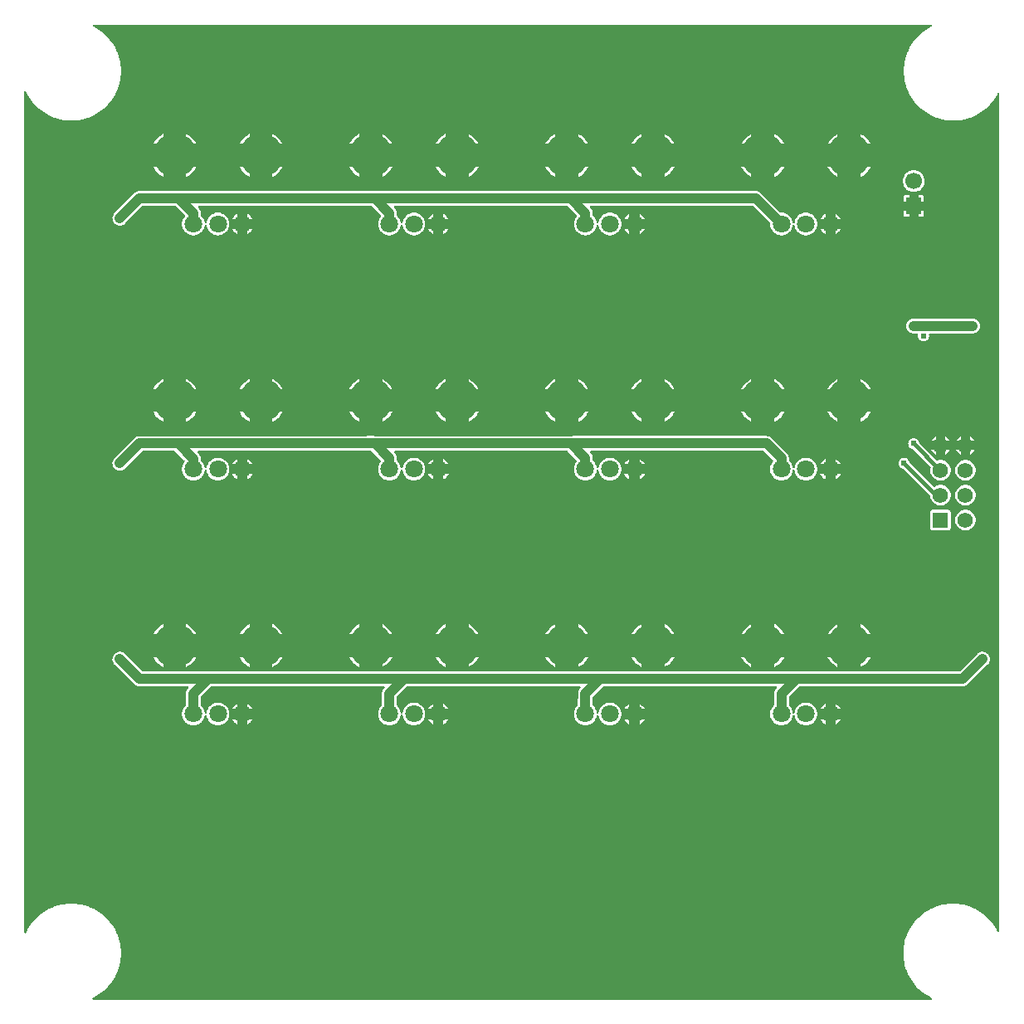
<source format=gtl>
G04 Layer: TopLayer*
G04 EasyEDA v6.5.23, 2023-08-24 15:40:58*
G04 a67cddfb3fce44daa9051d46cbbcc19f,10*
G04 Gerber Generator version 0.2*
G04 Scale: 100 percent, Rotated: No, Reflected: No *
G04 Dimensions in millimeters *
G04 leading zeros omitted , absolute positions ,4 integer and 5 decimal *
%FSLAX45Y45*%
%MOMM*%

%AMMACRO1*21,1,$1,$2,0,0,$3*%
%ADD10C,1.0000*%
%ADD11C,0.4000*%
%ADD12MACRO1,1.7X1.5748X90.0000*%
%ADD13C,1.7000*%
%ADD14MACRO1,1.5748X1.5748X90.0000*%
%ADD15C,1.5748*%
%ADD16C,1.8001*%
%ADD17C,4.4600*%
%ADD18C,0.6096*%
%ADD19C,0.6100*%
%ADD20C,0.0192*%

%LPD*%
G36*
X731012Y25908D02*
G01*
X727202Y26670D01*
X723950Y28803D01*
X721715Y32004D01*
X720852Y35864D01*
X721563Y39674D01*
X723595Y43027D01*
X726795Y45313D01*
X730402Y46939D01*
X757834Y61722D01*
X784301Y78130D01*
X809701Y96164D01*
X833932Y115722D01*
X856945Y136702D01*
X878586Y159105D01*
X898855Y182778D01*
X917549Y207670D01*
X934719Y233629D01*
X950264Y260654D01*
X964133Y288544D01*
X976223Y317246D01*
X986485Y346659D01*
X994968Y376631D01*
X1001572Y407060D01*
X1006297Y437845D01*
X1009091Y468884D01*
X1010005Y499973D01*
X1009091Y531114D01*
X1006297Y562152D01*
X1001572Y592937D01*
X994968Y623366D01*
X986485Y653338D01*
X976223Y682752D01*
X964133Y711454D01*
X950264Y739343D01*
X934719Y766368D01*
X917549Y792327D01*
X898855Y817219D01*
X878586Y840892D01*
X856945Y863295D01*
X833932Y884275D01*
X809701Y903833D01*
X784301Y921867D01*
X757834Y938276D01*
X730402Y953058D01*
X702106Y966063D01*
X673049Y977341D01*
X643382Y986790D01*
X613206Y994410D01*
X582574Y1000150D01*
X551637Y1003960D01*
X520547Y1005890D01*
X489407Y1005890D01*
X458317Y1003960D01*
X427431Y1000150D01*
X396798Y994410D01*
X366623Y986790D01*
X336956Y977341D01*
X307898Y966063D01*
X279603Y953058D01*
X252171Y938276D01*
X225704Y921867D01*
X200304Y903833D01*
X176072Y884275D01*
X153060Y863295D01*
X131419Y840892D01*
X111150Y817219D01*
X92405Y792327D01*
X75234Y766368D01*
X59740Y739343D01*
X45872Y711454D01*
X43230Y707085D01*
X39928Y704900D01*
X36017Y704138D01*
X32156Y704951D01*
X28854Y707136D01*
X26670Y710438D01*
X25908Y714298D01*
X25908Y9285681D01*
X26670Y9289542D01*
X28854Y9292844D01*
X32156Y9295028D01*
X36017Y9295841D01*
X39928Y9295079D01*
X43230Y9292894D01*
X45872Y9288526D01*
X59740Y9260636D01*
X75234Y9233611D01*
X92405Y9207652D01*
X111150Y9182760D01*
X131419Y9159087D01*
X153060Y9136684D01*
X176072Y9115704D01*
X200304Y9096146D01*
X225704Y9078112D01*
X252171Y9061704D01*
X279603Y9046921D01*
X307898Y9033916D01*
X336956Y9022638D01*
X366623Y9013190D01*
X396798Y9005570D01*
X427431Y8999829D01*
X458317Y8996019D01*
X489407Y8994089D01*
X520547Y8994089D01*
X551637Y8996019D01*
X582574Y8999829D01*
X613206Y9005570D01*
X643382Y9013190D01*
X673049Y9022638D01*
X702106Y9033916D01*
X730402Y9046921D01*
X757834Y9061704D01*
X784301Y9078112D01*
X809701Y9096146D01*
X833932Y9115704D01*
X856945Y9136684D01*
X878586Y9159087D01*
X898855Y9182760D01*
X917549Y9207652D01*
X934719Y9233611D01*
X950264Y9260636D01*
X964133Y9288526D01*
X976223Y9317228D01*
X986485Y9346641D01*
X994968Y9376613D01*
X1001572Y9407042D01*
X1006297Y9437827D01*
X1009091Y9468866D01*
X1010005Y9499955D01*
X1009091Y9531096D01*
X1006297Y9562134D01*
X1001572Y9592919D01*
X994968Y9623348D01*
X986485Y9653320D01*
X976223Y9682734D01*
X964133Y9711436D01*
X950264Y9739325D01*
X934719Y9766350D01*
X917549Y9792309D01*
X898855Y9817201D01*
X878586Y9840874D01*
X856945Y9863277D01*
X833932Y9884257D01*
X809701Y9903815D01*
X784301Y9921849D01*
X757834Y9938258D01*
X730402Y9953040D01*
X726795Y9954666D01*
X723595Y9956952D01*
X721563Y9960305D01*
X720852Y9964115D01*
X721715Y9967976D01*
X723950Y9971176D01*
X727202Y9973310D01*
X731012Y9974072D01*
X9278975Y9974072D01*
X9282785Y9973310D01*
X9286036Y9971176D01*
X9288272Y9967976D01*
X9289084Y9964115D01*
X9288424Y9960305D01*
X9286392Y9956952D01*
X9283192Y9954666D01*
X9279585Y9953040D01*
X9252153Y9938258D01*
X9225686Y9921849D01*
X9200286Y9903815D01*
X9176054Y9884257D01*
X9153042Y9863277D01*
X9131401Y9840874D01*
X9111132Y9817201D01*
X9092387Y9792309D01*
X9075216Y9766350D01*
X9059722Y9739325D01*
X9045854Y9711436D01*
X9033764Y9682734D01*
X9023451Y9653320D01*
X9015018Y9623348D01*
X9008414Y9592919D01*
X9003690Y9562134D01*
X9000896Y9531096D01*
X8999982Y9500006D01*
X9000896Y9468866D01*
X9003690Y9437827D01*
X9008414Y9407042D01*
X9015018Y9376613D01*
X9023451Y9346641D01*
X9033764Y9317228D01*
X9045854Y9288526D01*
X9059722Y9260636D01*
X9075216Y9233611D01*
X9092387Y9207652D01*
X9111132Y9182760D01*
X9131401Y9159087D01*
X9153042Y9136684D01*
X9176054Y9115704D01*
X9200286Y9096146D01*
X9225686Y9078112D01*
X9252153Y9061704D01*
X9279585Y9046921D01*
X9307880Y9033916D01*
X9336938Y9022638D01*
X9366605Y9013190D01*
X9396780Y9005570D01*
X9427413Y8999829D01*
X9458299Y8996019D01*
X9489389Y8994089D01*
X9520529Y8994089D01*
X9551619Y8996019D01*
X9582556Y8999829D01*
X9613188Y9005570D01*
X9643364Y9013190D01*
X9673031Y9022638D01*
X9702088Y9033916D01*
X9730384Y9046921D01*
X9757816Y9061704D01*
X9784283Y9078112D01*
X9809683Y9096146D01*
X9833914Y9115704D01*
X9856927Y9136684D01*
X9878568Y9159087D01*
X9898837Y9182760D01*
X9917531Y9207652D01*
X9934702Y9233611D01*
X9950246Y9260636D01*
X9954818Y9269831D01*
X9957663Y9273286D01*
X9961727Y9275216D01*
X9966248Y9275165D01*
X9970262Y9273235D01*
X9973056Y9269679D01*
X9974072Y9265310D01*
X9974072Y724611D01*
X9973056Y720242D01*
X9970262Y716686D01*
X9966248Y714705D01*
X9961727Y714705D01*
X9957663Y716584D01*
X9954818Y720090D01*
X9945268Y739343D01*
X9929723Y766368D01*
X9912553Y792327D01*
X9893808Y817219D01*
X9873589Y840892D01*
X9851898Y863295D01*
X9828936Y884275D01*
X9804704Y903833D01*
X9779254Y921867D01*
X9752787Y938276D01*
X9725355Y953058D01*
X9697110Y966063D01*
X9668052Y977341D01*
X9638385Y986790D01*
X9608159Y994410D01*
X9577527Y1000150D01*
X9546640Y1003960D01*
X9515551Y1005890D01*
X9484410Y1005890D01*
X9453321Y1003960D01*
X9422384Y1000150D01*
X9391802Y994410D01*
X9361576Y986790D01*
X9331909Y977341D01*
X9302851Y966063D01*
X9274606Y953058D01*
X9247174Y938276D01*
X9220708Y921867D01*
X9195257Y903833D01*
X9171025Y884275D01*
X9148013Y863295D01*
X9126372Y840892D01*
X9106154Y817219D01*
X9087408Y792327D01*
X9070238Y766368D01*
X9054693Y739343D01*
X9040876Y711454D01*
X9028785Y682752D01*
X9018473Y653338D01*
X9009989Y623366D01*
X9003385Y592937D01*
X8998661Y562152D01*
X8995867Y531114D01*
X8995003Y500024D01*
X8995867Y468884D01*
X8998661Y437845D01*
X9003385Y407060D01*
X9009989Y376631D01*
X9018473Y346659D01*
X9028785Y317246D01*
X9040876Y288544D01*
X9054693Y260654D01*
X9070238Y233629D01*
X9087408Y207670D01*
X9106154Y182778D01*
X9126372Y159105D01*
X9148013Y136702D01*
X9171025Y115722D01*
X9195257Y96164D01*
X9220708Y78130D01*
X9247174Y61722D01*
X9274606Y46990D01*
X9278213Y45313D01*
X9281363Y43027D01*
X9283446Y39674D01*
X9284106Y35864D01*
X9283293Y32004D01*
X9281058Y28803D01*
X9277807Y26670D01*
X9273946Y25908D01*
G37*

%LPC*%
G36*
X9533128Y5726684D02*
G01*
X9581286Y5726684D01*
X9581286Y5774842D01*
X9574682Y5771591D01*
X9563303Y5763971D01*
X9552990Y5754979D01*
X9543999Y5744667D01*
X9536379Y5733288D01*
G37*
G36*
X5340807Y8757818D02*
G01*
X5442153Y8757818D01*
X5442153Y8858961D01*
X5429250Y8851798D01*
X5411012Y8839403D01*
X5393994Y8825433D01*
X5378246Y8810040D01*
X5363921Y8793327D01*
X5351119Y8775395D01*
G37*
G36*
X1742744Y2824327D02*
G01*
X1757273Y2824327D01*
X1771700Y2826156D01*
X1785823Y2829763D01*
X1799336Y2835148D01*
X1812086Y2842158D01*
X1823872Y2850692D01*
X1834489Y2860649D01*
X1843786Y2871876D01*
X1851558Y2884170D01*
X1857756Y2897327D01*
X1862277Y2911195D01*
X1865020Y2925673D01*
X1866544Y2929331D01*
X1869338Y2932176D01*
X1872996Y2933700D01*
X1877009Y2933700D01*
X1880666Y2932176D01*
X1883460Y2929331D01*
X1884984Y2925673D01*
X1887728Y2911195D01*
X1892249Y2897327D01*
X1898446Y2884170D01*
X1906219Y2871876D01*
X1915515Y2860649D01*
X1926132Y2850692D01*
X1937918Y2842158D01*
X1950669Y2835148D01*
X1964182Y2829763D01*
X1978304Y2826156D01*
X1992731Y2824327D01*
X2007260Y2824327D01*
X2021687Y2826156D01*
X2035810Y2829763D01*
X2049322Y2835148D01*
X2062073Y2842158D01*
X2073859Y2850692D01*
X2084476Y2860649D01*
X2093772Y2871876D01*
X2101545Y2884170D01*
X2107742Y2897327D01*
X2112264Y2911195D01*
X2114956Y2925470D01*
X2115870Y2939999D01*
X2114905Y2954934D01*
X2112264Y2968802D01*
X2107742Y2982671D01*
X2101545Y2995828D01*
X2093772Y3008122D01*
X2084476Y3019348D01*
X2073859Y3029305D01*
X2062073Y3037840D01*
X2049322Y3044850D01*
X2035810Y3050235D01*
X2021687Y3053842D01*
X2007260Y3055670D01*
X1992731Y3055670D01*
X1978304Y3053842D01*
X1964182Y3050235D01*
X1950669Y3044850D01*
X1937918Y3037840D01*
X1926132Y3029305D01*
X1915515Y3019348D01*
X1906219Y3008122D01*
X1898446Y2995828D01*
X1892249Y2982671D01*
X1887728Y2968802D01*
X1884984Y2954324D01*
X1883460Y2950667D01*
X1880666Y2947822D01*
X1877009Y2946298D01*
X1872996Y2946298D01*
X1869338Y2947822D01*
X1866544Y2950667D01*
X1865020Y2954324D01*
X1862277Y2968802D01*
X1857756Y2982671D01*
X1851558Y2995828D01*
X1843786Y3008122D01*
X1834489Y3019348D01*
X1829155Y3024327D01*
X1826818Y3027680D01*
X1825955Y3031744D01*
X1825955Y3114446D01*
X1826717Y3118358D01*
X1828952Y3121660D01*
X1928368Y3221075D01*
X1931670Y3223310D01*
X1935581Y3224072D01*
X3692144Y3224072D01*
X3696004Y3223310D01*
X3699306Y3221126D01*
X3701491Y3217824D01*
X3702304Y3213963D01*
X3701542Y3210052D01*
X3699357Y3206750D01*
X3694531Y3201822D01*
X3688892Y3195015D01*
X3687470Y3193034D01*
X3682847Y3185414D01*
X3681729Y3183229D01*
X3678326Y3175000D01*
X3677564Y3172663D01*
X3675430Y3164027D01*
X3675024Y3161588D01*
X3674211Y3152749D01*
X3674160Y3031845D01*
X3673297Y3027781D01*
X3670960Y3024428D01*
X3665524Y3019348D01*
X3656228Y3008122D01*
X3648456Y2995828D01*
X3642258Y2982671D01*
X3637737Y2968802D01*
X3635044Y2954528D01*
X3634130Y2939999D01*
X3635044Y2925470D01*
X3637737Y2911195D01*
X3642258Y2897327D01*
X3648456Y2884170D01*
X3656228Y2871876D01*
X3665524Y2860649D01*
X3676142Y2850692D01*
X3687927Y2842158D01*
X3700678Y2835148D01*
X3714191Y2829763D01*
X3728313Y2826156D01*
X3742740Y2824327D01*
X3757269Y2824327D01*
X3771696Y2826156D01*
X3785819Y2829763D01*
X3799332Y2835148D01*
X3812082Y2842158D01*
X3823868Y2850692D01*
X3834485Y2860649D01*
X3843782Y2871876D01*
X3851554Y2884170D01*
X3857751Y2897327D01*
X3862273Y2911195D01*
X3865016Y2925673D01*
X3866540Y2929331D01*
X3869334Y2932176D01*
X3872992Y2933700D01*
X3877005Y2933700D01*
X3880662Y2932176D01*
X3883456Y2929331D01*
X3884980Y2925673D01*
X3887724Y2911195D01*
X3892245Y2897327D01*
X3898442Y2884170D01*
X3906215Y2871876D01*
X3915511Y2860649D01*
X3926128Y2850692D01*
X3937914Y2842158D01*
X3950665Y2835148D01*
X3964178Y2829763D01*
X3978300Y2826156D01*
X3992727Y2824327D01*
X4007256Y2824327D01*
X4021683Y2826156D01*
X4035806Y2829763D01*
X4049318Y2835148D01*
X4062069Y2842158D01*
X4073855Y2850692D01*
X4084472Y2860649D01*
X4093768Y2871876D01*
X4101541Y2884170D01*
X4107738Y2897327D01*
X4112260Y2911195D01*
X4114952Y2925470D01*
X4115866Y2939999D01*
X4114901Y2954934D01*
X4112260Y2968802D01*
X4107738Y2982671D01*
X4101541Y2995828D01*
X4093768Y3008122D01*
X4084472Y3019348D01*
X4073855Y3029305D01*
X4062069Y3037840D01*
X4049318Y3044850D01*
X4035806Y3050235D01*
X4021683Y3053842D01*
X4007256Y3055670D01*
X3992727Y3055670D01*
X3978300Y3053842D01*
X3964178Y3050235D01*
X3950665Y3044850D01*
X3937914Y3037840D01*
X3926128Y3029305D01*
X3915511Y3019348D01*
X3906215Y3008122D01*
X3898442Y2995828D01*
X3892245Y2982671D01*
X3887724Y2968802D01*
X3884980Y2954324D01*
X3883456Y2950667D01*
X3880662Y2947822D01*
X3877005Y2946298D01*
X3872992Y2946298D01*
X3869334Y2947822D01*
X3866540Y2950667D01*
X3865016Y2954324D01*
X3862273Y2968802D01*
X3857751Y2982671D01*
X3851554Y2995828D01*
X3843782Y3008122D01*
X3834485Y3019348D01*
X3829151Y3024327D01*
X3826814Y3027680D01*
X3825951Y3031744D01*
X3825951Y3114446D01*
X3826713Y3118358D01*
X3828948Y3121660D01*
X3928364Y3221075D01*
X3931665Y3223310D01*
X3935577Y3224072D01*
X5692140Y3224072D01*
X5696000Y3223310D01*
X5699302Y3221126D01*
X5701487Y3217824D01*
X5702300Y3213963D01*
X5701538Y3210052D01*
X5699353Y3206750D01*
X5694527Y3201822D01*
X5688888Y3195015D01*
X5687466Y3193034D01*
X5682843Y3185414D01*
X5681726Y3183229D01*
X5678322Y3175000D01*
X5677560Y3172663D01*
X5675426Y3164027D01*
X5675020Y3161588D01*
X5674207Y3152749D01*
X5674156Y3031845D01*
X5673293Y3027781D01*
X5670956Y3024428D01*
X5665520Y3019348D01*
X5656224Y3008122D01*
X5648452Y2995828D01*
X5642254Y2982671D01*
X5637733Y2968802D01*
X5635040Y2954528D01*
X5634126Y2939999D01*
X5635040Y2925470D01*
X5637733Y2911195D01*
X5642254Y2897327D01*
X5648452Y2884170D01*
X5656224Y2871876D01*
X5665520Y2860649D01*
X5676138Y2850692D01*
X5687923Y2842158D01*
X5700674Y2835148D01*
X5714187Y2829763D01*
X5728309Y2826156D01*
X5742736Y2824327D01*
X5757265Y2824327D01*
X5771692Y2826156D01*
X5785815Y2829763D01*
X5799328Y2835148D01*
X5812078Y2842158D01*
X5823864Y2850692D01*
X5834481Y2860649D01*
X5843778Y2871876D01*
X5851550Y2884170D01*
X5857748Y2897327D01*
X5862269Y2911195D01*
X5865012Y2925673D01*
X5866536Y2929331D01*
X5869330Y2932176D01*
X5872988Y2933700D01*
X5877001Y2933700D01*
X5880658Y2932176D01*
X5883452Y2929331D01*
X5884976Y2925673D01*
X5887720Y2911195D01*
X5892241Y2897327D01*
X5898438Y2884170D01*
X5906211Y2871876D01*
X5915507Y2860649D01*
X5926124Y2850692D01*
X5937910Y2842158D01*
X5950661Y2835148D01*
X5964174Y2829763D01*
X5978296Y2826156D01*
X5992723Y2824327D01*
X6007252Y2824327D01*
X6021679Y2826156D01*
X6035802Y2829763D01*
X6049314Y2835148D01*
X6062065Y2842158D01*
X6073851Y2850692D01*
X6084468Y2860649D01*
X6093764Y2871876D01*
X6101537Y2884170D01*
X6107734Y2897327D01*
X6112256Y2911195D01*
X6114948Y2925470D01*
X6115862Y2939999D01*
X6114897Y2954934D01*
X6112256Y2968802D01*
X6107734Y2982671D01*
X6101537Y2995828D01*
X6093764Y3008122D01*
X6084468Y3019348D01*
X6073851Y3029305D01*
X6062065Y3037840D01*
X6049314Y3044850D01*
X6035802Y3050235D01*
X6021679Y3053842D01*
X6007252Y3055670D01*
X5992723Y3055670D01*
X5978296Y3053842D01*
X5964174Y3050235D01*
X5950661Y3044850D01*
X5937910Y3037840D01*
X5926124Y3029305D01*
X5915507Y3019348D01*
X5906211Y3008122D01*
X5898438Y2995828D01*
X5892241Y2982671D01*
X5887720Y2968802D01*
X5884976Y2954324D01*
X5883452Y2950667D01*
X5880658Y2947822D01*
X5877001Y2946298D01*
X5872988Y2946298D01*
X5869330Y2947822D01*
X5866536Y2950667D01*
X5865012Y2954324D01*
X5862269Y2968802D01*
X5857748Y2982671D01*
X5851550Y2995828D01*
X5843778Y3008122D01*
X5834481Y3019348D01*
X5829147Y3024327D01*
X5826810Y3027680D01*
X5825947Y3031744D01*
X5825947Y3114446D01*
X5826709Y3118358D01*
X5828944Y3121660D01*
X5928360Y3221075D01*
X5931662Y3223310D01*
X5935573Y3224072D01*
X7694371Y3224072D01*
X7698231Y3223310D01*
X7701534Y3221126D01*
X7703718Y3217824D01*
X7704531Y3213963D01*
X7703769Y3210102D01*
X7701584Y3206800D01*
X7693558Y3198571D01*
X7686497Y3189732D01*
X7681925Y3182061D01*
X7680858Y3179927D01*
X7677454Y3171647D01*
X7674609Y3160674D01*
X7674203Y3158286D01*
X7673390Y3149396D01*
X7673797Y3031540D01*
X7672984Y3027476D01*
X7670596Y3024124D01*
X7665516Y3019348D01*
X7656220Y3008122D01*
X7648448Y2995828D01*
X7642250Y2982671D01*
X7637729Y2968802D01*
X7635036Y2954528D01*
X7634122Y2939999D01*
X7635036Y2925470D01*
X7637729Y2911195D01*
X7642250Y2897327D01*
X7648448Y2884170D01*
X7656220Y2871876D01*
X7665516Y2860649D01*
X7676134Y2850692D01*
X7687919Y2842158D01*
X7700670Y2835148D01*
X7714183Y2829763D01*
X7728305Y2826156D01*
X7742732Y2824327D01*
X7757261Y2824327D01*
X7771688Y2826156D01*
X7785811Y2829763D01*
X7799324Y2835148D01*
X7812074Y2842158D01*
X7823860Y2850692D01*
X7834477Y2860649D01*
X7843774Y2871876D01*
X7851546Y2884170D01*
X7857744Y2897327D01*
X7862265Y2911195D01*
X7865008Y2925673D01*
X7866532Y2929331D01*
X7869326Y2932176D01*
X7872984Y2933700D01*
X7876997Y2933700D01*
X7880654Y2932176D01*
X7883448Y2929331D01*
X7884972Y2925673D01*
X7887716Y2911195D01*
X7892237Y2897327D01*
X7898434Y2884170D01*
X7906207Y2871876D01*
X7915503Y2860649D01*
X7926120Y2850692D01*
X7937906Y2842158D01*
X7950657Y2835148D01*
X7964170Y2829763D01*
X7978292Y2826156D01*
X7992719Y2824327D01*
X8007248Y2824327D01*
X8021675Y2826156D01*
X8035798Y2829763D01*
X8049310Y2835148D01*
X8062061Y2842158D01*
X8073847Y2850692D01*
X8084464Y2860649D01*
X8093760Y2871876D01*
X8101533Y2884170D01*
X8107730Y2897327D01*
X8112252Y2911195D01*
X8114944Y2925470D01*
X8115858Y2939999D01*
X8114893Y2954934D01*
X8112252Y2968802D01*
X8107730Y2982671D01*
X8101533Y2995828D01*
X8093760Y3008122D01*
X8084464Y3019348D01*
X8073847Y3029305D01*
X8062061Y3037840D01*
X8049310Y3044850D01*
X8035798Y3050235D01*
X8021675Y3053842D01*
X8007248Y3055670D01*
X7992719Y3055670D01*
X7978292Y3053842D01*
X7964170Y3050235D01*
X7950657Y3044850D01*
X7937906Y3037840D01*
X7926120Y3029305D01*
X7915503Y3019348D01*
X7906207Y3008122D01*
X7898434Y2995828D01*
X7892237Y2982671D01*
X7887716Y2968802D01*
X7884972Y2954324D01*
X7883448Y2950667D01*
X7880654Y2947822D01*
X7876997Y2946298D01*
X7872984Y2946298D01*
X7869326Y2947822D01*
X7866532Y2950667D01*
X7865008Y2954324D01*
X7862265Y2968802D01*
X7857744Y2982671D01*
X7851546Y2995828D01*
X7843774Y3008122D01*
X7834477Y3019348D01*
X7828838Y3024632D01*
X7826451Y3027984D01*
X7825638Y3031998D01*
X7825333Y3111703D01*
X7826095Y3115614D01*
X7828280Y3118916D01*
X7929575Y3221075D01*
X7932877Y3223260D01*
X7936788Y3224072D01*
X9602571Y3224123D01*
X9611410Y3224936D01*
X9613849Y3225342D01*
X9622485Y3227476D01*
X9624822Y3228238D01*
X9633051Y3231642D01*
X9635236Y3232759D01*
X9642856Y3237382D01*
X9651695Y3244443D01*
X9853422Y3446119D01*
X9859416Y3452825D01*
X9865817Y3462172D01*
X9870694Y3472434D01*
X9871557Y3474720D01*
X9873996Y3483254D01*
X9874504Y3485692D01*
X9875672Y3494481D01*
X9875824Y3496970D01*
X9875672Y3505860D01*
X9873945Y3517036D01*
X9870592Y3527907D01*
X9865614Y3538118D01*
X9864344Y3540201D01*
X9859213Y3547465D01*
X9857638Y3549345D01*
X9851491Y3555746D01*
X9842601Y3562807D01*
X9840518Y3564178D01*
X9832746Y3568446D01*
X9830511Y3569462D01*
X9822180Y3572560D01*
X9819792Y3573272D01*
X9811105Y3575100D01*
X9808667Y3575405D01*
X9799777Y3575913D01*
X9797338Y3575862D01*
X9788448Y3574999D01*
X9786061Y3574592D01*
X9777425Y3572459D01*
X9775088Y3571697D01*
X9766858Y3568293D01*
X9764674Y3567176D01*
X9757054Y3562604D01*
X9755022Y3561181D01*
X9748215Y3555492D01*
X9571482Y3378860D01*
X9568180Y3376625D01*
X9564268Y3375863D01*
X1235659Y3375863D01*
X1231798Y3376625D01*
X1228496Y3378860D01*
X1053947Y3553510D01*
X1045057Y3561181D01*
X1035456Y3567226D01*
X1025042Y3571748D01*
X1014120Y3574694D01*
X1002842Y3575964D01*
X991514Y3575507D01*
X980338Y3573424D01*
X969670Y3569665D01*
X959612Y3564382D01*
X950518Y3557625D01*
X942492Y3549599D01*
X935736Y3540506D01*
X930452Y3530447D01*
X926693Y3519779D01*
X924610Y3508603D01*
X924153Y3497275D01*
X925423Y3485997D01*
X928369Y3475075D01*
X932891Y3464661D01*
X938936Y3455060D01*
X946607Y3446170D01*
X1148283Y3244443D01*
X1155090Y3238804D01*
X1164742Y3232759D01*
X1166926Y3231642D01*
X1175156Y3228238D01*
X1177493Y3227476D01*
X1186078Y3225342D01*
X1188516Y3224936D01*
X1197356Y3224123D01*
X1692148Y3224072D01*
X1696008Y3223310D01*
X1699310Y3221126D01*
X1701495Y3217824D01*
X1702307Y3213963D01*
X1701546Y3210052D01*
X1699361Y3206750D01*
X1694535Y3201822D01*
X1688896Y3195015D01*
X1687474Y3193034D01*
X1682851Y3185414D01*
X1681734Y3183229D01*
X1678330Y3175000D01*
X1677568Y3172663D01*
X1675434Y3164027D01*
X1675028Y3161588D01*
X1674215Y3152749D01*
X1674164Y3031845D01*
X1673301Y3027781D01*
X1670964Y3024428D01*
X1665528Y3019348D01*
X1656232Y3008122D01*
X1648460Y2995828D01*
X1642262Y2982671D01*
X1637741Y2968802D01*
X1635048Y2954528D01*
X1634134Y2939999D01*
X1635048Y2925470D01*
X1637741Y2911195D01*
X1642262Y2897327D01*
X1648460Y2884170D01*
X1656232Y2871876D01*
X1665528Y2860649D01*
X1676146Y2850692D01*
X1687931Y2842158D01*
X1700682Y2835148D01*
X1714195Y2829763D01*
X1728317Y2826156D01*
G37*
G36*
X7340803Y8757818D02*
G01*
X7442149Y8757818D01*
X7442149Y8858961D01*
X7429246Y8851798D01*
X7411008Y8839403D01*
X7393990Y8825433D01*
X7378242Y8810040D01*
X7363917Y8793327D01*
X7351115Y8775395D01*
G37*
G36*
X3340811Y8757818D02*
G01*
X3442157Y8757818D01*
X3442157Y8858961D01*
X3429254Y8851798D01*
X3411016Y8839403D01*
X3393998Y8825433D01*
X3378250Y8810040D01*
X3363925Y8793327D01*
X3351123Y8775395D01*
G37*
G36*
X2220823Y8757818D02*
G01*
X2322169Y8757818D01*
X2322169Y8858961D01*
X2309266Y8851798D01*
X2291029Y8839403D01*
X2274011Y8825433D01*
X2258263Y8810040D01*
X2243937Y8793327D01*
X2231136Y8775395D01*
G37*
G36*
X8220811Y8757818D02*
G01*
X8322157Y8757818D01*
X8322157Y8858961D01*
X8309254Y8851798D01*
X8291017Y8839403D01*
X8273999Y8825433D01*
X8258251Y8810040D01*
X8243925Y8793327D01*
X8231124Y8775395D01*
G37*
G36*
X4220819Y8757818D02*
G01*
X4322165Y8757818D01*
X4322165Y8858961D01*
X4309262Y8851798D01*
X4291025Y8839403D01*
X4274007Y8825433D01*
X4258259Y8810040D01*
X4243933Y8793327D01*
X4231132Y8775395D01*
G37*
G36*
X6220815Y8757818D02*
G01*
X6322161Y8757818D01*
X6322161Y8858961D01*
X6309258Y8851798D01*
X6291021Y8839403D01*
X6274003Y8825433D01*
X6258255Y8810040D01*
X6243929Y8793327D01*
X6231128Y8775395D01*
G37*
G36*
X1340815Y8757818D02*
G01*
X1442161Y8757818D01*
X1442161Y8858961D01*
X1429258Y8851798D01*
X1411020Y8839403D01*
X1394002Y8825433D01*
X1378254Y8810040D01*
X1363929Y8793327D01*
X1351127Y8775395D01*
G37*
G36*
X2301341Y2836214D02*
G01*
X2312060Y2842158D01*
X2323846Y2850692D01*
X2334463Y2860649D01*
X2343759Y2871876D01*
X2351532Y2884170D01*
X2353665Y2888640D01*
X2301341Y2888640D01*
G37*
G36*
X4198620Y2836214D02*
G01*
X4198620Y2888640D01*
X4146296Y2888640D01*
X4148429Y2884170D01*
X4156201Y2871876D01*
X4165498Y2860649D01*
X4176115Y2850692D01*
X4187901Y2842158D01*
G37*
G36*
X6198616Y2836214D02*
G01*
X6198616Y2888640D01*
X6146292Y2888640D01*
X6148425Y2884170D01*
X6156198Y2871876D01*
X6165494Y2860649D01*
X6176111Y2850692D01*
X6187897Y2842158D01*
G37*
G36*
X6301333Y2836214D02*
G01*
X6312052Y2842158D01*
X6323838Y2850692D01*
X6334455Y2860649D01*
X6343751Y2871876D01*
X6351524Y2884170D01*
X6353657Y2888640D01*
X6301333Y2888640D01*
G37*
G36*
X4301337Y2836214D02*
G01*
X4312056Y2842158D01*
X4323842Y2850692D01*
X4334459Y2860649D01*
X4343755Y2871876D01*
X4351528Y2884170D01*
X4353661Y2888640D01*
X4301337Y2888640D01*
G37*
G36*
X2198624Y2836214D02*
G01*
X2198624Y2888640D01*
X2146300Y2888640D01*
X2148433Y2884170D01*
X2156206Y2871876D01*
X2165502Y2860649D01*
X2176119Y2850692D01*
X2187905Y2842158D01*
G37*
G36*
X8198612Y2836214D02*
G01*
X8198612Y2888640D01*
X8146288Y2888640D01*
X8148421Y2884170D01*
X8156194Y2871876D01*
X8165490Y2860649D01*
X8176107Y2850692D01*
X8187893Y2842158D01*
G37*
G36*
X8301329Y2836214D02*
G01*
X8312048Y2842158D01*
X8323834Y2850692D01*
X8334451Y2860649D01*
X8343747Y2871876D01*
X8351520Y2884170D01*
X8353653Y2888640D01*
X8301329Y2888640D01*
G37*
G36*
X8557818Y8757818D02*
G01*
X8658961Y8757818D01*
X8654592Y8765997D01*
X8642654Y8784488D01*
X8629091Y8801862D01*
X8614003Y8817914D01*
X8597646Y8832596D01*
X8579967Y8845804D01*
X8561222Y8857335D01*
X8557818Y8859062D01*
G37*
G36*
X5677814Y8757818D02*
G01*
X5778957Y8757818D01*
X5774588Y8765997D01*
X5762650Y8784488D01*
X5749086Y8801862D01*
X5733999Y8817914D01*
X5717641Y8832596D01*
X5699963Y8845804D01*
X5681218Y8857335D01*
X5677814Y8859062D01*
G37*
G36*
X4557826Y8757818D02*
G01*
X4658969Y8757818D01*
X4654600Y8765997D01*
X4642662Y8784488D01*
X4629099Y8801862D01*
X4614011Y8817914D01*
X4597654Y8832596D01*
X4579975Y8845804D01*
X4561230Y8857335D01*
X4557826Y8859062D01*
G37*
G36*
X7677810Y8757818D02*
G01*
X7778953Y8757818D01*
X7774584Y8765997D01*
X7762646Y8784488D01*
X7749082Y8801862D01*
X7733995Y8817914D01*
X7717637Y8832596D01*
X7699959Y8845804D01*
X7681214Y8857335D01*
X7677810Y8859062D01*
G37*
G36*
X8146288Y2991358D02*
G01*
X8198612Y2991358D01*
X8198612Y3043783D01*
X8187893Y3037840D01*
X8176107Y3029305D01*
X8165490Y3019348D01*
X8156194Y3008122D01*
X8148421Y2995828D01*
G37*
G36*
X6146292Y2991358D02*
G01*
X6198616Y2991358D01*
X6198616Y3043783D01*
X6187897Y3037840D01*
X6176111Y3029305D01*
X6165494Y3019348D01*
X6156198Y3008122D01*
X6148425Y2995828D01*
G37*
G36*
X4301337Y2991358D02*
G01*
X4353661Y2991358D01*
X4351528Y2995828D01*
X4343755Y3008122D01*
X4334459Y3019348D01*
X4323842Y3029305D01*
X4312056Y3037840D01*
X4301337Y3043783D01*
G37*
G36*
X4146296Y2991358D02*
G01*
X4198620Y2991358D01*
X4198620Y3043783D01*
X4187901Y3037840D01*
X4176115Y3029305D01*
X4165498Y3019348D01*
X4156201Y3008122D01*
X4148429Y2995828D01*
G37*
G36*
X2301341Y2991358D02*
G01*
X2353665Y2991358D01*
X2351532Y2995828D01*
X2343759Y3008122D01*
X2334463Y3019348D01*
X2323846Y3029305D01*
X2312060Y3037840D01*
X2301341Y3043783D01*
G37*
G36*
X2146300Y2991358D02*
G01*
X2198624Y2991358D01*
X2198624Y3043783D01*
X2187905Y3037840D01*
X2176119Y3029305D01*
X2165502Y3019348D01*
X2156206Y3008122D01*
X2148433Y2995828D01*
G37*
G36*
X6301333Y2991358D02*
G01*
X6353657Y2991358D01*
X6351524Y2995828D01*
X6343751Y3008122D01*
X6334455Y3019348D01*
X6323838Y3029305D01*
X6312052Y3037840D01*
X6301333Y3043783D01*
G37*
G36*
X8301329Y2991358D02*
G01*
X8353653Y2991358D01*
X8351520Y2995828D01*
X8343747Y3008122D01*
X8334451Y3019348D01*
X8323834Y3029305D01*
X8312048Y3037840D01*
X8301329Y3043783D01*
G37*
G36*
X2557830Y8757818D02*
G01*
X2658973Y8757818D01*
X2654604Y8765997D01*
X2642666Y8784488D01*
X2629103Y8801862D01*
X2614015Y8817914D01*
X2597658Y8832596D01*
X2579979Y8845804D01*
X2561234Y8857335D01*
X2557830Y8859062D01*
G37*
G36*
X3677818Y8757818D02*
G01*
X3778961Y8757818D01*
X3774592Y8765997D01*
X3762654Y8784488D01*
X3749090Y8801862D01*
X3734003Y8817914D01*
X3717645Y8832596D01*
X3699967Y8845804D01*
X3681222Y8857335D01*
X3677818Y8859062D01*
G37*
G36*
X1677822Y3420922D02*
G01*
X1681225Y3422650D01*
X1699971Y3434181D01*
X1717649Y3447389D01*
X1734007Y3462070D01*
X1749094Y3478123D01*
X1762658Y3495497D01*
X1774596Y3513937D01*
X1778965Y3522167D01*
X1677822Y3522167D01*
G37*
G36*
X6557822Y3420922D02*
G01*
X6561226Y3422650D01*
X6579971Y3434181D01*
X6597650Y3447389D01*
X6614007Y3462070D01*
X6629095Y3478123D01*
X6642658Y3495497D01*
X6654596Y3513937D01*
X6658965Y3522167D01*
X6557822Y3522167D01*
G37*
G36*
X3677818Y3420922D02*
G01*
X3681222Y3422650D01*
X3699967Y3434181D01*
X3717645Y3447389D01*
X3734003Y3462070D01*
X3749090Y3478123D01*
X3762654Y3495497D01*
X3774592Y3513937D01*
X3778961Y3522167D01*
X3677818Y3522167D01*
G37*
G36*
X4557826Y3420922D02*
G01*
X4561230Y3422650D01*
X4579975Y3434181D01*
X4597654Y3447389D01*
X4614011Y3462070D01*
X4629099Y3478123D01*
X4642662Y3495497D01*
X4654600Y3513937D01*
X4658969Y3522167D01*
X4557826Y3522167D01*
G37*
G36*
X2557830Y3420922D02*
G01*
X2561234Y3422650D01*
X2579979Y3434181D01*
X2597658Y3447389D01*
X2614015Y3462070D01*
X2629103Y3478123D01*
X2642666Y3495497D01*
X2654604Y3513937D01*
X2658973Y3522167D01*
X2557830Y3522167D01*
G37*
G36*
X5677814Y3420922D02*
G01*
X5681218Y3422650D01*
X5699963Y3434181D01*
X5717641Y3447389D01*
X5733999Y3462070D01*
X5749086Y3478123D01*
X5762650Y3495497D01*
X5774588Y3513937D01*
X5778957Y3522167D01*
X5677814Y3522167D01*
G37*
G36*
X7677810Y3420922D02*
G01*
X7681214Y3422650D01*
X7699959Y3434181D01*
X7717637Y3447389D01*
X7733995Y3462070D01*
X7749082Y3478123D01*
X7762646Y3495497D01*
X7774584Y3513937D01*
X7778953Y3522167D01*
X7677810Y3522167D01*
G37*
G36*
X8557818Y3420922D02*
G01*
X8561222Y3422650D01*
X8579967Y3434181D01*
X8597646Y3447389D01*
X8614003Y3462070D01*
X8629091Y3478123D01*
X8642654Y3495497D01*
X8654592Y3513937D01*
X8658961Y3522167D01*
X8557818Y3522167D01*
G37*
G36*
X1442161Y3421024D02*
G01*
X1442161Y3522167D01*
X1340815Y3522167D01*
X1351127Y3504590D01*
X1363929Y3486658D01*
X1378254Y3469944D01*
X1394002Y3454552D01*
X1411020Y3440582D01*
X1429258Y3428187D01*
G37*
G36*
X6322161Y3421024D02*
G01*
X6322161Y3522167D01*
X6220815Y3522167D01*
X6231128Y3504590D01*
X6243929Y3486658D01*
X6258255Y3469944D01*
X6274003Y3454552D01*
X6291021Y3440582D01*
X6309258Y3428187D01*
G37*
G36*
X4322165Y3421024D02*
G01*
X4322165Y3522167D01*
X4220819Y3522167D01*
X4231132Y3504590D01*
X4243933Y3486658D01*
X4258259Y3469944D01*
X4274007Y3454552D01*
X4291025Y3440582D01*
X4309262Y3428187D01*
G37*
G36*
X3442157Y3421024D02*
G01*
X3442157Y3522167D01*
X3340811Y3522167D01*
X3351123Y3504590D01*
X3363925Y3486658D01*
X3378250Y3469944D01*
X3393998Y3454552D01*
X3411016Y3440582D01*
X3429254Y3428187D01*
G37*
G36*
X7442149Y3421024D02*
G01*
X7442149Y3522167D01*
X7340803Y3522167D01*
X7351115Y3504590D01*
X7363917Y3486658D01*
X7378242Y3469944D01*
X7393990Y3454552D01*
X7411008Y3440582D01*
X7429246Y3428187D01*
G37*
G36*
X8322157Y3421024D02*
G01*
X8322157Y3522167D01*
X8220811Y3522167D01*
X8231124Y3504590D01*
X8243925Y3486658D01*
X8258251Y3469944D01*
X8273999Y3454552D01*
X8291017Y3440582D01*
X8309254Y3428187D01*
G37*
G36*
X2322169Y3421024D02*
G01*
X2322169Y3522167D01*
X2220823Y3522167D01*
X2231136Y3504590D01*
X2243937Y3486658D01*
X2258263Y3469944D01*
X2274011Y3454552D01*
X2291029Y3440582D01*
X2309266Y3428187D01*
G37*
G36*
X5442153Y3421024D02*
G01*
X5442153Y3522167D01*
X5340807Y3522167D01*
X5351119Y3504590D01*
X5363921Y3486658D01*
X5378246Y3469944D01*
X5393994Y3454552D01*
X5411012Y3440582D01*
X5429250Y3428187D01*
G37*
G36*
X1677822Y3757828D02*
G01*
X1778965Y3757828D01*
X1774596Y3766007D01*
X1762658Y3784498D01*
X1749094Y3801872D01*
X1734007Y3817924D01*
X1717649Y3832606D01*
X1699971Y3845814D01*
X1681225Y3857345D01*
X1677822Y3859072D01*
G37*
G36*
X5677814Y3757828D02*
G01*
X5778957Y3757828D01*
X5774588Y3766007D01*
X5762650Y3784498D01*
X5749086Y3801872D01*
X5733999Y3817924D01*
X5717641Y3832606D01*
X5699963Y3845814D01*
X5681218Y3857345D01*
X5677814Y3859072D01*
G37*
G36*
X4557826Y3757828D02*
G01*
X4658969Y3757828D01*
X4654600Y3766007D01*
X4642662Y3784498D01*
X4629099Y3801872D01*
X4614011Y3817924D01*
X4597654Y3832606D01*
X4579975Y3845814D01*
X4561230Y3857345D01*
X4557826Y3859072D01*
G37*
G36*
X6557822Y3757828D02*
G01*
X6658965Y3757828D01*
X6654596Y3766007D01*
X6642658Y3784498D01*
X6629095Y3801872D01*
X6614007Y3817924D01*
X6597650Y3832606D01*
X6579971Y3845814D01*
X6561226Y3857345D01*
X6557822Y3859072D01*
G37*
G36*
X3677818Y3757828D02*
G01*
X3778961Y3757828D01*
X3774592Y3766007D01*
X3762654Y3784498D01*
X3749090Y3801872D01*
X3734003Y3817924D01*
X3717645Y3832606D01*
X3699967Y3845814D01*
X3681222Y3857345D01*
X3677818Y3859072D01*
G37*
G36*
X2557830Y3757828D02*
G01*
X2658973Y3757828D01*
X2654604Y3766007D01*
X2642666Y3784498D01*
X2629103Y3801872D01*
X2614015Y3817924D01*
X2597658Y3832606D01*
X2579979Y3845814D01*
X2561234Y3857345D01*
X2557830Y3859072D01*
G37*
G36*
X8557818Y3757828D02*
G01*
X8658961Y3757828D01*
X8654592Y3766007D01*
X8642654Y3784498D01*
X8629091Y3801872D01*
X8614003Y3817924D01*
X8597646Y3832606D01*
X8579967Y3845814D01*
X8561222Y3857345D01*
X8557818Y3859072D01*
G37*
G36*
X7677810Y3757828D02*
G01*
X7778953Y3757828D01*
X7774584Y3766007D01*
X7762646Y3784498D01*
X7749082Y3801872D01*
X7733995Y3817924D01*
X7717637Y3832606D01*
X7699959Y3845814D01*
X7681214Y3857345D01*
X7677810Y3859072D01*
G37*
G36*
X1340815Y3757828D02*
G01*
X1442161Y3757828D01*
X1442161Y3858971D01*
X1429258Y3851808D01*
X1411020Y3839413D01*
X1394002Y3825443D01*
X1378254Y3810050D01*
X1363929Y3793337D01*
X1351127Y3775405D01*
G37*
G36*
X4220819Y3757828D02*
G01*
X4322165Y3757828D01*
X4322165Y3858971D01*
X4309262Y3851808D01*
X4291025Y3839413D01*
X4274007Y3825443D01*
X4258259Y3810050D01*
X4243933Y3793337D01*
X4231132Y3775405D01*
G37*
G36*
X6220815Y3757828D02*
G01*
X6322161Y3757828D01*
X6322161Y3858971D01*
X6309258Y3851808D01*
X6291021Y3839413D01*
X6274003Y3825443D01*
X6258255Y3810050D01*
X6243929Y3793337D01*
X6231128Y3775405D01*
G37*
G36*
X5340807Y3757828D02*
G01*
X5442153Y3757828D01*
X5442153Y3858971D01*
X5429250Y3851808D01*
X5411012Y3839413D01*
X5393994Y3825443D01*
X5378246Y3810050D01*
X5363921Y3793337D01*
X5351119Y3775405D01*
G37*
G36*
X7340803Y3757828D02*
G01*
X7442149Y3757828D01*
X7442149Y3858971D01*
X7429246Y3851808D01*
X7411008Y3839413D01*
X7393990Y3825443D01*
X7378242Y3810050D01*
X7363917Y3793337D01*
X7351115Y3775405D01*
G37*
G36*
X3340811Y3757828D02*
G01*
X3442157Y3757828D01*
X3442157Y3858971D01*
X3429254Y3851808D01*
X3411016Y3839413D01*
X3393998Y3825443D01*
X3378250Y3810050D01*
X3363925Y3793337D01*
X3351123Y3775405D01*
G37*
G36*
X8220811Y3757828D02*
G01*
X8322157Y3757828D01*
X8322157Y3858971D01*
X8309254Y3851808D01*
X8291017Y3839413D01*
X8273999Y3825443D01*
X8258251Y3810050D01*
X8243925Y3793337D01*
X8231124Y3775405D01*
G37*
G36*
X2220823Y3757828D02*
G01*
X2322169Y3757828D01*
X2322169Y3858971D01*
X2309266Y3851808D01*
X2291029Y3839413D01*
X2274011Y3825443D01*
X2258263Y3810050D01*
X2243937Y3793337D01*
X2231136Y3775405D01*
G37*
G36*
X9294825Y4814316D02*
G01*
X9451136Y4814316D01*
X9457486Y4815078D01*
X9462922Y4816957D01*
X9467850Y4820056D01*
X9471914Y4824120D01*
X9475012Y4829048D01*
X9476892Y4834483D01*
X9477654Y4840833D01*
X9477654Y4997145D01*
X9476892Y5003495D01*
X9475012Y5008930D01*
X9471914Y5013858D01*
X9467850Y5017922D01*
X9462922Y5021021D01*
X9457486Y5022900D01*
X9451136Y5023612D01*
X9294825Y5023612D01*
X9288475Y5022900D01*
X9283039Y5021021D01*
X9278112Y5017922D01*
X9274048Y5013858D01*
X9270949Y5008930D01*
X9269069Y5003495D01*
X9268358Y4997145D01*
X9268358Y4840833D01*
X9269069Y4834483D01*
X9270949Y4829048D01*
X9274048Y4824120D01*
X9278112Y4820056D01*
X9283039Y4816957D01*
X9288475Y4815078D01*
G37*
G36*
X9627006Y4814366D02*
G01*
X9640620Y4815281D01*
X9654082Y4817922D01*
X9667036Y4822342D01*
X9679279Y4828387D01*
X9690658Y4836007D01*
X9700971Y4844999D01*
X9709962Y4855311D01*
X9717582Y4866690D01*
X9723628Y4878933D01*
X9728047Y4891887D01*
X9730689Y4905349D01*
X9731603Y4918964D01*
X9730689Y4932629D01*
X9728047Y4946091D01*
X9723628Y4959045D01*
X9717582Y4971288D01*
X9709962Y4982667D01*
X9700971Y4992979D01*
X9690658Y5001971D01*
X9679279Y5009591D01*
X9667036Y5015636D01*
X9654082Y5020056D01*
X9640620Y5022697D01*
X9627006Y5023612D01*
X9613341Y5022697D01*
X9599879Y5020056D01*
X9586925Y5015636D01*
X9574682Y5009591D01*
X9563303Y5001971D01*
X9552990Y4992979D01*
X9543999Y4982667D01*
X9536379Y4971288D01*
X9530334Y4959045D01*
X9525914Y4946091D01*
X9523272Y4932629D01*
X9522358Y4918964D01*
X9523272Y4905349D01*
X9525914Y4891887D01*
X9530334Y4878933D01*
X9536379Y4866690D01*
X9543999Y4855311D01*
X9552990Y4844999D01*
X9563303Y4836007D01*
X9574682Y4828387D01*
X9586925Y4822342D01*
X9599879Y4817922D01*
X9613341Y4815281D01*
G37*
G36*
X9627006Y5068366D02*
G01*
X9640620Y5069281D01*
X9654082Y5071922D01*
X9667036Y5076342D01*
X9679279Y5082387D01*
X9690658Y5090007D01*
X9700971Y5098999D01*
X9709962Y5109311D01*
X9717582Y5120690D01*
X9723628Y5132933D01*
X9728047Y5145887D01*
X9730689Y5159349D01*
X9731603Y5172964D01*
X9730689Y5186629D01*
X9728047Y5200091D01*
X9723628Y5213045D01*
X9717582Y5225288D01*
X9709962Y5236667D01*
X9700971Y5246979D01*
X9690658Y5255971D01*
X9679279Y5263591D01*
X9667036Y5269636D01*
X9654082Y5274056D01*
X9640620Y5276697D01*
X9627006Y5277612D01*
X9613341Y5276697D01*
X9599879Y5274056D01*
X9586925Y5269636D01*
X9574682Y5263591D01*
X9563303Y5255971D01*
X9552990Y5246979D01*
X9543999Y5236667D01*
X9536379Y5225288D01*
X9530334Y5213045D01*
X9525914Y5200091D01*
X9523272Y5186629D01*
X9522358Y5172964D01*
X9523272Y5159349D01*
X9525914Y5145887D01*
X9530334Y5132933D01*
X9536379Y5120690D01*
X9543999Y5109311D01*
X9552990Y5098999D01*
X9563303Y5090007D01*
X9574682Y5082387D01*
X9586925Y5076342D01*
X9599879Y5071922D01*
X9613341Y5069281D01*
G37*
G36*
X9373006Y5068366D02*
G01*
X9386620Y5069281D01*
X9400082Y5071922D01*
X9413036Y5076342D01*
X9425279Y5082387D01*
X9436658Y5090007D01*
X9446971Y5098999D01*
X9455962Y5109311D01*
X9463582Y5120690D01*
X9469628Y5132933D01*
X9474047Y5145887D01*
X9476689Y5159349D01*
X9477603Y5172964D01*
X9476689Y5186629D01*
X9474047Y5200091D01*
X9469628Y5213045D01*
X9463582Y5225288D01*
X9455962Y5236667D01*
X9446971Y5246979D01*
X9436658Y5255971D01*
X9425279Y5263591D01*
X9413036Y5269636D01*
X9400082Y5274056D01*
X9386620Y5276697D01*
X9373006Y5277612D01*
X9359341Y5276697D01*
X9345879Y5274056D01*
X9332925Y5269636D01*
X9320682Y5263591D01*
X9316008Y5260492D01*
X9312808Y5259070D01*
X9309354Y5258816D01*
X9306001Y5259730D01*
X9303156Y5261711D01*
X9057538Y5507380D01*
X9055912Y5509463D01*
X9054896Y5511901D01*
X9052915Y5519267D01*
X9048800Y5528157D01*
X9043162Y5536234D01*
X9036202Y5543143D01*
X9028176Y5548782D01*
X9019235Y5552948D01*
X9009786Y5555488D01*
X8999982Y5556351D01*
X8990177Y5555488D01*
X8980728Y5552948D01*
X8971788Y5548782D01*
X8963761Y5543143D01*
X8956802Y5536234D01*
X8951163Y5528157D01*
X8947048Y5519267D01*
X8944508Y5509768D01*
X8943644Y5499963D01*
X8944508Y5490210D01*
X8947048Y5480710D01*
X8951163Y5471820D01*
X8956802Y5463743D01*
X8963761Y5456834D01*
X8971788Y5451195D01*
X8980728Y5447030D01*
X8988044Y5445048D01*
X8990482Y5444032D01*
X8992616Y5442458D01*
X9266072Y5168950D01*
X9268155Y5165953D01*
X9269069Y5162448D01*
X9269272Y5159349D01*
X9271914Y5145887D01*
X9276334Y5132933D01*
X9282379Y5120690D01*
X9289999Y5109311D01*
X9298990Y5098999D01*
X9309303Y5090007D01*
X9320682Y5082387D01*
X9332925Y5076342D01*
X9345879Y5071922D01*
X9359341Y5069281D01*
G37*
G36*
X6557822Y8757818D02*
G01*
X6658965Y8757818D01*
X6654596Y8765997D01*
X6642658Y8784488D01*
X6629095Y8801862D01*
X6614007Y8817914D01*
X6597650Y8832596D01*
X6579971Y8845804D01*
X6561226Y8857335D01*
X6557822Y8859062D01*
G37*
G36*
X9627006Y5322366D02*
G01*
X9640620Y5323281D01*
X9654082Y5325922D01*
X9667036Y5330342D01*
X9679279Y5336387D01*
X9690658Y5344007D01*
X9700971Y5352999D01*
X9709962Y5363311D01*
X9717582Y5374690D01*
X9723628Y5386933D01*
X9728047Y5399887D01*
X9730689Y5413349D01*
X9731603Y5426964D01*
X9730689Y5440629D01*
X9728047Y5454091D01*
X9723628Y5467045D01*
X9717582Y5479288D01*
X9709962Y5490667D01*
X9700971Y5500979D01*
X9690658Y5509971D01*
X9679279Y5517591D01*
X9667036Y5523636D01*
X9654082Y5528056D01*
X9640620Y5530697D01*
X9627006Y5531612D01*
X9613341Y5530697D01*
X9599879Y5528056D01*
X9586925Y5523636D01*
X9574682Y5517591D01*
X9563303Y5509971D01*
X9552990Y5500979D01*
X9543999Y5490667D01*
X9536379Y5479288D01*
X9530334Y5467045D01*
X9525914Y5454091D01*
X9523272Y5440629D01*
X9522358Y5426964D01*
X9523272Y5413349D01*
X9525914Y5399887D01*
X9530334Y5386933D01*
X9536379Y5374690D01*
X9543999Y5363311D01*
X9552990Y5352999D01*
X9563303Y5344007D01*
X9574682Y5336387D01*
X9586925Y5330342D01*
X9599879Y5325922D01*
X9613341Y5323281D01*
G37*
G36*
X9373006Y5322366D02*
G01*
X9386620Y5323281D01*
X9400082Y5325922D01*
X9413036Y5330342D01*
X9425279Y5336387D01*
X9436658Y5344007D01*
X9446971Y5352999D01*
X9455962Y5363311D01*
X9463582Y5374690D01*
X9469628Y5386933D01*
X9474047Y5399887D01*
X9476689Y5413349D01*
X9477603Y5426964D01*
X9476689Y5440629D01*
X9474047Y5454091D01*
X9469628Y5467045D01*
X9463582Y5479288D01*
X9455962Y5490667D01*
X9446971Y5500979D01*
X9436658Y5509971D01*
X9425279Y5517591D01*
X9413036Y5523636D01*
X9400082Y5528056D01*
X9386620Y5530697D01*
X9373006Y5531612D01*
X9359341Y5530697D01*
X9341408Y5527243D01*
X9337751Y5528106D01*
X9334652Y5530240D01*
X9157512Y5707380D01*
X9155938Y5709462D01*
X9154922Y5711901D01*
X9152940Y5719267D01*
X9148775Y5728157D01*
X9143136Y5736234D01*
X9136227Y5743143D01*
X9128150Y5748782D01*
X9119260Y5752947D01*
X9109760Y5755487D01*
X9100007Y5756351D01*
X9090202Y5755487D01*
X9080703Y5752947D01*
X9071813Y5748782D01*
X9063736Y5743143D01*
X9056827Y5736234D01*
X9051188Y5728157D01*
X9047022Y5719267D01*
X9044482Y5709767D01*
X9043619Y5699963D01*
X9044482Y5690209D01*
X9047022Y5680710D01*
X9051188Y5671820D01*
X9056827Y5663742D01*
X9063736Y5656834D01*
X9071813Y5651195D01*
X9080703Y5647029D01*
X9088069Y5645048D01*
X9090507Y5644032D01*
X9092590Y5642457D01*
X9269730Y5465318D01*
X9271863Y5462219D01*
X9272727Y5458561D01*
X9269272Y5440629D01*
X9268358Y5426964D01*
X9269272Y5413349D01*
X9271914Y5399887D01*
X9276334Y5386933D01*
X9282379Y5374690D01*
X9289999Y5363311D01*
X9298990Y5352999D01*
X9309303Y5344007D01*
X9320682Y5336387D01*
X9332925Y5330342D01*
X9345879Y5325922D01*
X9359341Y5323281D01*
G37*
G36*
X1742744Y5324348D02*
G01*
X1757273Y5324348D01*
X1771700Y5326176D01*
X1785823Y5329783D01*
X1799336Y5335117D01*
X1812086Y5342128D01*
X1823872Y5350713D01*
X1834489Y5360670D01*
X1843786Y5371896D01*
X1851558Y5384139D01*
X1857756Y5397347D01*
X1862277Y5411165D01*
X1865020Y5425643D01*
X1866544Y5429351D01*
X1869338Y5432196D01*
X1872996Y5433720D01*
X1877009Y5433720D01*
X1880666Y5432196D01*
X1883460Y5429351D01*
X1884984Y5425643D01*
X1887728Y5411165D01*
X1892249Y5397347D01*
X1898446Y5384139D01*
X1906219Y5371896D01*
X1915515Y5360670D01*
X1926132Y5350713D01*
X1937918Y5342128D01*
X1950669Y5335117D01*
X1964182Y5329783D01*
X1978304Y5326176D01*
X1992731Y5324348D01*
X2007260Y5324348D01*
X2021687Y5326176D01*
X2035810Y5329783D01*
X2049322Y5335117D01*
X2062073Y5342128D01*
X2073859Y5350713D01*
X2084476Y5360670D01*
X2093772Y5371896D01*
X2101545Y5384139D01*
X2107742Y5397347D01*
X2112264Y5411165D01*
X2114956Y5425490D01*
X2115870Y5439968D01*
X2114905Y5454954D01*
X2112264Y5468823D01*
X2107742Y5482640D01*
X2101545Y5495848D01*
X2093772Y5508091D01*
X2084476Y5519318D01*
X2073859Y5529275D01*
X2062073Y5537860D01*
X2049322Y5544870D01*
X2035810Y5550204D01*
X2021687Y5553811D01*
X2007260Y5555640D01*
X1992731Y5555640D01*
X1978304Y5553811D01*
X1964182Y5550204D01*
X1950669Y5544870D01*
X1937918Y5537860D01*
X1926132Y5529275D01*
X1915515Y5519318D01*
X1906219Y5508091D01*
X1898446Y5495848D01*
X1892249Y5482640D01*
X1887728Y5468823D01*
X1884984Y5454345D01*
X1883460Y5450636D01*
X1880666Y5447792D01*
X1877009Y5446268D01*
X1872996Y5446268D01*
X1869338Y5447792D01*
X1866544Y5450636D01*
X1865020Y5454345D01*
X1862277Y5468823D01*
X1857756Y5482640D01*
X1851558Y5495848D01*
X1843786Y5508091D01*
X1834489Y5519318D01*
X1829155Y5524347D01*
X1826818Y5527700D01*
X1825955Y5531713D01*
X1825904Y5547055D01*
X1825091Y5555792D01*
X1824685Y5558231D01*
X1822551Y5566867D01*
X1821789Y5569204D01*
X1818386Y5577433D01*
X1817268Y5579618D01*
X1812645Y5587238D01*
X1805635Y5596026D01*
X1795170Y5606542D01*
X1792986Y5609844D01*
X1792224Y5613755D01*
X1792986Y5617616D01*
X1795221Y5620918D01*
X1798472Y5623102D01*
X1802384Y5623864D01*
X3564483Y5623915D01*
X3568344Y5623153D01*
X3571646Y5620969D01*
X3662476Y5530088D01*
X3664610Y5527040D01*
X3665474Y5523382D01*
X3664965Y5519724D01*
X3663137Y5516473D01*
X3656228Y5508091D01*
X3648456Y5495848D01*
X3642258Y5482640D01*
X3637737Y5468823D01*
X3635044Y5454497D01*
X3634130Y5439968D01*
X3635044Y5425490D01*
X3637737Y5411165D01*
X3642258Y5397347D01*
X3648456Y5384139D01*
X3656228Y5371896D01*
X3665524Y5360670D01*
X3676142Y5350713D01*
X3687927Y5342128D01*
X3700678Y5335117D01*
X3714191Y5329783D01*
X3728313Y5326176D01*
X3742740Y5324348D01*
X3757269Y5324348D01*
X3771696Y5326176D01*
X3785819Y5329783D01*
X3799332Y5335117D01*
X3812082Y5342128D01*
X3823868Y5350713D01*
X3834485Y5360670D01*
X3843782Y5371896D01*
X3851554Y5384139D01*
X3857751Y5397347D01*
X3862273Y5411165D01*
X3865016Y5425643D01*
X3866540Y5429351D01*
X3869334Y5432196D01*
X3872992Y5433720D01*
X3877005Y5433720D01*
X3880662Y5432196D01*
X3883456Y5429351D01*
X3884980Y5425643D01*
X3887724Y5411165D01*
X3892245Y5397347D01*
X3898442Y5384139D01*
X3906215Y5371896D01*
X3915511Y5360670D01*
X3926128Y5350713D01*
X3937914Y5342128D01*
X3950665Y5335117D01*
X3964178Y5329783D01*
X3978300Y5326176D01*
X3992727Y5324348D01*
X4007256Y5324348D01*
X4021683Y5326176D01*
X4035806Y5329783D01*
X4049318Y5335117D01*
X4062069Y5342128D01*
X4073855Y5350713D01*
X4084472Y5360670D01*
X4093768Y5371896D01*
X4101541Y5384139D01*
X4107738Y5397347D01*
X4112260Y5411165D01*
X4114952Y5425490D01*
X4115866Y5439968D01*
X4114901Y5454954D01*
X4112260Y5468823D01*
X4107738Y5482640D01*
X4101541Y5495848D01*
X4093768Y5508091D01*
X4084472Y5519318D01*
X4073855Y5529275D01*
X4062069Y5537860D01*
X4049318Y5544870D01*
X4035806Y5550204D01*
X4021683Y5553811D01*
X4007256Y5555640D01*
X3992727Y5555640D01*
X3978300Y5553811D01*
X3964178Y5550204D01*
X3950665Y5544870D01*
X3937914Y5537860D01*
X3926128Y5529275D01*
X3915511Y5519318D01*
X3906215Y5508091D01*
X3898442Y5495848D01*
X3892245Y5482640D01*
X3887724Y5468823D01*
X3884980Y5454345D01*
X3883456Y5450636D01*
X3880662Y5447792D01*
X3877005Y5446268D01*
X3872992Y5446268D01*
X3869334Y5447792D01*
X3866540Y5450636D01*
X3865016Y5454345D01*
X3862273Y5468823D01*
X3857751Y5482640D01*
X3851554Y5495848D01*
X3843782Y5508091D01*
X3834485Y5519318D01*
X3829151Y5524347D01*
X3826814Y5527700D01*
X3825951Y5531713D01*
X3825900Y5552643D01*
X3825087Y5561380D01*
X3824681Y5563819D01*
X3822547Y5572455D01*
X3821785Y5574792D01*
X3818382Y5583021D01*
X3817264Y5585206D01*
X3812641Y5592826D01*
X3811219Y5594807D01*
X3805580Y5601614D01*
X3800652Y5606643D01*
X3798468Y5609945D01*
X3797706Y5613857D01*
X3798519Y5617718D01*
X3800703Y5620969D01*
X3804005Y5623153D01*
X3807866Y5623966D01*
X5564378Y5624017D01*
X5568289Y5623255D01*
X5571591Y5621020D01*
X5662472Y5530088D01*
X5664606Y5527040D01*
X5665470Y5523382D01*
X5664962Y5519724D01*
X5663133Y5516473D01*
X5656224Y5508091D01*
X5648452Y5495848D01*
X5642254Y5482640D01*
X5637733Y5468823D01*
X5635040Y5454497D01*
X5634126Y5439968D01*
X5635040Y5425490D01*
X5637733Y5411165D01*
X5642254Y5397347D01*
X5648452Y5384139D01*
X5656224Y5371896D01*
X5665520Y5360670D01*
X5676138Y5350713D01*
X5687923Y5342128D01*
X5700674Y5335117D01*
X5714187Y5329783D01*
X5728309Y5326176D01*
X5742736Y5324348D01*
X5757265Y5324348D01*
X5771692Y5326176D01*
X5785815Y5329783D01*
X5799328Y5335117D01*
X5812078Y5342128D01*
X5823864Y5350713D01*
X5834481Y5360670D01*
X5843778Y5371896D01*
X5851550Y5384139D01*
X5857748Y5397347D01*
X5862269Y5411165D01*
X5865012Y5425643D01*
X5866536Y5429351D01*
X5869330Y5432196D01*
X5872988Y5433720D01*
X5877001Y5433720D01*
X5880658Y5432196D01*
X5883452Y5429351D01*
X5884976Y5425643D01*
X5887720Y5411165D01*
X5892241Y5397347D01*
X5898438Y5384139D01*
X5906211Y5371896D01*
X5915507Y5360670D01*
X5926124Y5350713D01*
X5937910Y5342128D01*
X5950661Y5335117D01*
X5964174Y5329783D01*
X5978296Y5326176D01*
X5992723Y5324348D01*
X6007252Y5324348D01*
X6021679Y5326176D01*
X6035802Y5329783D01*
X6049314Y5335117D01*
X6062065Y5342128D01*
X6073851Y5350713D01*
X6084468Y5360670D01*
X6093764Y5371896D01*
X6101537Y5384139D01*
X6107734Y5397347D01*
X6112256Y5411165D01*
X6114948Y5425490D01*
X6115862Y5439968D01*
X6114897Y5454954D01*
X6112256Y5468823D01*
X6107734Y5482640D01*
X6101537Y5495848D01*
X6093764Y5508091D01*
X6084468Y5519318D01*
X6073851Y5529275D01*
X6062065Y5537860D01*
X6049314Y5544870D01*
X6035802Y5550204D01*
X6021679Y5553811D01*
X6007252Y5555640D01*
X5992723Y5555640D01*
X5978296Y5553811D01*
X5964174Y5550204D01*
X5950661Y5544870D01*
X5937910Y5537860D01*
X5926124Y5529275D01*
X5915507Y5519318D01*
X5906211Y5508091D01*
X5898438Y5495848D01*
X5892241Y5482640D01*
X5887720Y5468823D01*
X5884976Y5454345D01*
X5883452Y5450636D01*
X5880658Y5447792D01*
X5877001Y5446268D01*
X5872988Y5446268D01*
X5869330Y5447792D01*
X5866536Y5450636D01*
X5865012Y5454345D01*
X5862269Y5468823D01*
X5857748Y5482640D01*
X5851550Y5495848D01*
X5843778Y5508091D01*
X5834481Y5519318D01*
X5829147Y5524347D01*
X5826810Y5527700D01*
X5825947Y5531713D01*
X5825896Y5552643D01*
X5825083Y5561380D01*
X5824677Y5563819D01*
X5822543Y5572455D01*
X5821781Y5574792D01*
X5818378Y5583021D01*
X5817260Y5585206D01*
X5812637Y5592826D01*
X5811215Y5594807D01*
X5805576Y5601614D01*
X5800598Y5606745D01*
X5798413Y5610047D01*
X5797651Y5613908D01*
X5798464Y5617768D01*
X5800648Y5621070D01*
X5803950Y5623255D01*
X5807811Y5624017D01*
X7564323Y5624068D01*
X7568184Y5623306D01*
X7571486Y5621121D01*
X7662468Y5530088D01*
X7664602Y5527040D01*
X7665466Y5523382D01*
X7664958Y5519724D01*
X7663129Y5516473D01*
X7656220Y5508091D01*
X7648448Y5495848D01*
X7642250Y5482640D01*
X7637729Y5468823D01*
X7635036Y5454497D01*
X7634122Y5439968D01*
X7635036Y5425490D01*
X7637729Y5411165D01*
X7642250Y5397347D01*
X7648448Y5384139D01*
X7656220Y5371896D01*
X7665516Y5360670D01*
X7676134Y5350713D01*
X7687919Y5342128D01*
X7700670Y5335117D01*
X7714183Y5329783D01*
X7728305Y5326176D01*
X7742732Y5324348D01*
X7757261Y5324348D01*
X7771688Y5326176D01*
X7785811Y5329783D01*
X7799324Y5335117D01*
X7812074Y5342128D01*
X7823860Y5350713D01*
X7834477Y5360670D01*
X7843774Y5371896D01*
X7851546Y5384139D01*
X7857744Y5397347D01*
X7862265Y5411165D01*
X7865008Y5425643D01*
X7866532Y5429351D01*
X7869326Y5432196D01*
X7872984Y5433720D01*
X7876997Y5433720D01*
X7880654Y5432196D01*
X7883448Y5429351D01*
X7884972Y5425643D01*
X7887716Y5411165D01*
X7892237Y5397347D01*
X7898434Y5384139D01*
X7906207Y5371896D01*
X7915503Y5360670D01*
X7926120Y5350713D01*
X7937906Y5342128D01*
X7950657Y5335117D01*
X7964170Y5329783D01*
X7978292Y5326176D01*
X7992719Y5324348D01*
X8007248Y5324348D01*
X8021675Y5326176D01*
X8035798Y5329783D01*
X8049310Y5335117D01*
X8062061Y5342128D01*
X8073847Y5350713D01*
X8084464Y5360670D01*
X8093760Y5371896D01*
X8101533Y5384139D01*
X8107730Y5397347D01*
X8112252Y5411165D01*
X8114944Y5425490D01*
X8115858Y5439968D01*
X8114893Y5454954D01*
X8112252Y5468823D01*
X8107730Y5482640D01*
X8101533Y5495848D01*
X8093760Y5508091D01*
X8084464Y5519318D01*
X8073847Y5529275D01*
X8062061Y5537860D01*
X8049310Y5544870D01*
X8035798Y5550204D01*
X8021675Y5553811D01*
X8007248Y5555640D01*
X7992719Y5555640D01*
X7978292Y5553811D01*
X7964170Y5550204D01*
X7950657Y5544870D01*
X7937906Y5537860D01*
X7926120Y5529275D01*
X7915503Y5519318D01*
X7906207Y5508091D01*
X7898434Y5495848D01*
X7892237Y5482640D01*
X7887716Y5468823D01*
X7884972Y5454345D01*
X7883448Y5450636D01*
X7880654Y5447792D01*
X7876997Y5446268D01*
X7872984Y5446268D01*
X7869326Y5447792D01*
X7866532Y5450636D01*
X7865008Y5454345D01*
X7862265Y5468823D01*
X7857744Y5482640D01*
X7851546Y5495848D01*
X7843774Y5508091D01*
X7834477Y5519318D01*
X7829143Y5524347D01*
X7826806Y5527700D01*
X7825943Y5531713D01*
X7825892Y5552643D01*
X7825079Y5561380D01*
X7824673Y5563819D01*
X7822539Y5572455D01*
X7821777Y5574792D01*
X7818374Y5583021D01*
X7817256Y5585206D01*
X7812633Y5592826D01*
X7805572Y5601665D01*
X7651750Y5755538D01*
X7644841Y5761228D01*
X7642910Y5762599D01*
X7635240Y5767222D01*
X7633106Y5768289D01*
X7624825Y5771743D01*
X7622489Y5772505D01*
X7613853Y5774639D01*
X7611414Y5775045D01*
X7602575Y5775858D01*
X3604107Y5775756D01*
X3599738Y5775909D01*
X3519779Y5775909D01*
X3517137Y5775756D01*
X1196035Y5775604D01*
X1187399Y5774791D01*
X1184757Y5774334D01*
X1176324Y5772251D01*
X1165758Y5768086D01*
X1155954Y5762396D01*
X1147114Y5755284D01*
X946403Y5553760D01*
X938936Y5545074D01*
X934161Y5537809D01*
X932891Y5535472D01*
X929284Y5527548D01*
X928369Y5525058D01*
X925982Y5516727D01*
X925423Y5514086D01*
X924306Y5505500D01*
X924153Y5502859D01*
X924306Y5494121D01*
X924560Y5491480D01*
X926033Y5482945D01*
X926693Y5480354D01*
X929386Y5472074D01*
X930402Y5469636D01*
X934364Y5461863D01*
X935736Y5459628D01*
X940765Y5452516D01*
X942441Y5450484D01*
X948486Y5444236D01*
X950468Y5442458D01*
X957376Y5437174D01*
X959612Y5435701D01*
X969619Y5430418D01*
X980338Y5426659D01*
X988872Y5424932D01*
X991514Y5424576D01*
X1000201Y5424068D01*
X1002842Y5424119D01*
X1014120Y5425389D01*
X1022553Y5427522D01*
X1025042Y5428335D01*
X1035456Y5432856D01*
X1042924Y5437378D01*
X1045057Y5438902D01*
X1051763Y5444490D01*
X1227429Y5620867D01*
X1230731Y5623052D01*
X1234643Y5623864D01*
X1558950Y5623864D01*
X1562862Y5623102D01*
X1566113Y5620867D01*
X1659991Y5527040D01*
X1662074Y5523992D01*
X1662938Y5520334D01*
X1662430Y5516676D01*
X1660601Y5513374D01*
X1656232Y5508091D01*
X1648460Y5495848D01*
X1642262Y5482640D01*
X1637741Y5468823D01*
X1635048Y5454497D01*
X1634134Y5439968D01*
X1635048Y5425490D01*
X1637741Y5411165D01*
X1642262Y5397347D01*
X1648460Y5384139D01*
X1656232Y5371896D01*
X1665528Y5360670D01*
X1676146Y5350713D01*
X1687931Y5342128D01*
X1700682Y5335117D01*
X1714195Y5329783D01*
X1728317Y5326176D01*
G37*
G36*
X1677822Y8757818D02*
G01*
X1778965Y8757818D01*
X1774596Y8765997D01*
X1762658Y8784488D01*
X1749094Y8801862D01*
X1734007Y8817914D01*
X1717649Y8832596D01*
X1699971Y8845804D01*
X1681225Y8857335D01*
X1677822Y8859062D01*
G37*
G36*
X7442149Y8421014D02*
G01*
X7442149Y8522157D01*
X7340803Y8522157D01*
X7351115Y8504580D01*
X7363917Y8486648D01*
X7378242Y8469934D01*
X7393990Y8454542D01*
X7411008Y8440572D01*
X7429246Y8428177D01*
G37*
G36*
X3442157Y8421014D02*
G01*
X3442157Y8522157D01*
X3340811Y8522157D01*
X3351123Y8504580D01*
X3363925Y8486648D01*
X3378250Y8469934D01*
X3393998Y8454542D01*
X3411016Y8440572D01*
X3429254Y8428177D01*
G37*
G36*
X5442153Y8421014D02*
G01*
X5442153Y8522157D01*
X5340807Y8522157D01*
X5351119Y8504580D01*
X5363921Y8486648D01*
X5378246Y8469934D01*
X5393994Y8454542D01*
X5411012Y8440572D01*
X5429250Y8428177D01*
G37*
G36*
X2322169Y8421014D02*
G01*
X2322169Y8522157D01*
X2220823Y8522157D01*
X2231136Y8504580D01*
X2243937Y8486648D01*
X2258263Y8469934D01*
X2274011Y8454542D01*
X2291029Y8440572D01*
X2309266Y8428177D01*
G37*
G36*
X8322157Y8421014D02*
G01*
X8322157Y8522157D01*
X8220811Y8522157D01*
X8231124Y8504580D01*
X8243925Y8486648D01*
X8258251Y8469934D01*
X8273999Y8454542D01*
X8291017Y8440572D01*
X8309254Y8428177D01*
G37*
G36*
X4322165Y8421014D02*
G01*
X4322165Y8522157D01*
X4220819Y8522157D01*
X4231132Y8504580D01*
X4243933Y8486648D01*
X4258259Y8469934D01*
X4274007Y8454542D01*
X4291025Y8440572D01*
X4309262Y8428177D01*
G37*
G36*
X4301337Y5336235D02*
G01*
X4312056Y5342128D01*
X4323842Y5350713D01*
X4334459Y5360670D01*
X4343755Y5371896D01*
X4351528Y5384139D01*
X4353661Y5388660D01*
X4301337Y5388660D01*
G37*
G36*
X6198616Y5336235D02*
G01*
X6198616Y5388660D01*
X6146292Y5388660D01*
X6148425Y5384139D01*
X6156198Y5371896D01*
X6165494Y5360670D01*
X6176111Y5350713D01*
X6187897Y5342128D01*
G37*
G36*
X8198612Y5336235D02*
G01*
X8198612Y5388660D01*
X8146288Y5388660D01*
X8148421Y5384139D01*
X8156194Y5371896D01*
X8165490Y5360670D01*
X8176107Y5350713D01*
X8187893Y5342128D01*
G37*
G36*
X2301341Y5336235D02*
G01*
X2312060Y5342128D01*
X2323846Y5350713D01*
X2334463Y5360670D01*
X2343759Y5371896D01*
X2351532Y5384139D01*
X2353665Y5388660D01*
X2301341Y5388660D01*
G37*
G36*
X6301333Y5336235D02*
G01*
X6312052Y5342128D01*
X6323838Y5350713D01*
X6334455Y5360670D01*
X6343751Y5371896D01*
X6351524Y5384139D01*
X6353657Y5388660D01*
X6301333Y5388660D01*
G37*
G36*
X2198624Y5336235D02*
G01*
X2198624Y5388660D01*
X2146300Y5388660D01*
X2148433Y5384139D01*
X2156206Y5371896D01*
X2165502Y5360670D01*
X2176119Y5350713D01*
X2187905Y5342128D01*
G37*
G36*
X4198620Y5336235D02*
G01*
X4198620Y5388660D01*
X4146296Y5388660D01*
X4148429Y5384139D01*
X4156201Y5371896D01*
X4165498Y5360670D01*
X4176115Y5350713D01*
X4187901Y5342128D01*
G37*
G36*
X8301329Y5336235D02*
G01*
X8312048Y5342128D01*
X8323834Y5350713D01*
X8334451Y5360670D01*
X8343747Y5371896D01*
X8351520Y5384139D01*
X8353653Y5388660D01*
X8301329Y5388660D01*
G37*
G36*
X6322161Y8421014D02*
G01*
X6322161Y8522157D01*
X6220815Y8522157D01*
X6231128Y8504580D01*
X6243929Y8486648D01*
X6258255Y8469934D01*
X6274003Y8454542D01*
X6291021Y8440572D01*
X6309258Y8428177D01*
G37*
G36*
X1442161Y8421014D02*
G01*
X1442161Y8522157D01*
X1340815Y8522157D01*
X1351127Y8504580D01*
X1363929Y8486648D01*
X1378254Y8469934D01*
X1394002Y8454542D01*
X1411020Y8440572D01*
X1429258Y8428177D01*
G37*
G36*
X5677814Y8420912D02*
G01*
X5681218Y8422640D01*
X5699963Y8434171D01*
X5717641Y8447379D01*
X5733999Y8462060D01*
X5749086Y8478113D01*
X5762650Y8495487D01*
X5774588Y8513927D01*
X5778957Y8522157D01*
X5677814Y8522157D01*
G37*
G36*
X8557818Y8420912D02*
G01*
X8561222Y8422640D01*
X8579967Y8434171D01*
X8597646Y8447379D01*
X8614003Y8462060D01*
X8629091Y8478113D01*
X8642654Y8495487D01*
X8654592Y8513927D01*
X8658961Y8522157D01*
X8557818Y8522157D01*
G37*
G36*
X4557826Y8420912D02*
G01*
X4561230Y8422640D01*
X4579975Y8434171D01*
X4597654Y8447379D01*
X4614011Y8462060D01*
X4629099Y8478113D01*
X4642662Y8495487D01*
X4654600Y8513927D01*
X4658969Y8522157D01*
X4557826Y8522157D01*
G37*
G36*
X4146296Y5491327D02*
G01*
X4198620Y5491327D01*
X4198620Y5543753D01*
X4187901Y5537860D01*
X4176115Y5529275D01*
X4165498Y5519318D01*
X4156201Y5508091D01*
X4148429Y5495848D01*
G37*
G36*
X4301337Y5491327D02*
G01*
X4353661Y5491327D01*
X4351528Y5495848D01*
X4343755Y5508091D01*
X4334459Y5519318D01*
X4323842Y5529275D01*
X4312056Y5537860D01*
X4301337Y5543753D01*
G37*
G36*
X2301341Y5491327D02*
G01*
X2353665Y5491327D01*
X2351532Y5495848D01*
X2343759Y5508091D01*
X2334463Y5519318D01*
X2323846Y5529275D01*
X2312060Y5537860D01*
X2301341Y5543753D01*
G37*
G36*
X6301333Y5491327D02*
G01*
X6353657Y5491327D01*
X6351524Y5495848D01*
X6343751Y5508091D01*
X6334455Y5519318D01*
X6323838Y5529275D01*
X6312052Y5537860D01*
X6301333Y5543753D01*
G37*
G36*
X6146292Y5491327D02*
G01*
X6198616Y5491327D01*
X6198616Y5543753D01*
X6187897Y5537860D01*
X6176111Y5529275D01*
X6165494Y5519318D01*
X6156198Y5508091D01*
X6148425Y5495848D01*
G37*
G36*
X2146300Y5491327D02*
G01*
X2198624Y5491327D01*
X2198624Y5543753D01*
X2187905Y5537860D01*
X2176119Y5529275D01*
X2165502Y5519318D01*
X2156206Y5508091D01*
X2148433Y5495848D01*
G37*
G36*
X8146288Y5491327D02*
G01*
X8198612Y5491327D01*
X8198612Y5543753D01*
X8187893Y5537860D01*
X8176107Y5529275D01*
X8165490Y5519318D01*
X8156194Y5508091D01*
X8148421Y5495848D01*
G37*
G36*
X8301329Y5491327D02*
G01*
X8353653Y5491327D01*
X8351520Y5495848D01*
X8343747Y5508091D01*
X8334451Y5519318D01*
X8323834Y5529275D01*
X8312048Y5537860D01*
X8301329Y5543753D01*
G37*
G36*
X7677810Y8420912D02*
G01*
X7681214Y8422640D01*
X7699959Y8434171D01*
X7717637Y8447379D01*
X7733995Y8462060D01*
X7749082Y8478113D01*
X7762646Y8495487D01*
X7774584Y8513927D01*
X7778953Y8522157D01*
X7677810Y8522157D01*
G37*
G36*
X9418726Y5587136D02*
G01*
X9425279Y5590387D01*
X9436658Y5598007D01*
X9446971Y5606999D01*
X9455962Y5617311D01*
X9463582Y5628690D01*
X9466834Y5635244D01*
X9418726Y5635244D01*
G37*
G36*
X9672726Y5587136D02*
G01*
X9679279Y5590387D01*
X9690658Y5598007D01*
X9700971Y5606999D01*
X9709962Y5617311D01*
X9717582Y5628690D01*
X9720834Y5635244D01*
X9672726Y5635244D01*
G37*
G36*
X9581286Y5587136D02*
G01*
X9581286Y5635244D01*
X9533128Y5635244D01*
X9536379Y5628690D01*
X9543999Y5617311D01*
X9552990Y5606999D01*
X9563303Y5598007D01*
X9574682Y5590387D01*
G37*
G36*
X9327286Y5587136D02*
G01*
X9327286Y5635244D01*
X9279128Y5635244D01*
X9282379Y5628690D01*
X9289999Y5617311D01*
X9298990Y5606999D01*
X9309303Y5598007D01*
X9320682Y5590387D01*
G37*
G36*
X2557830Y8420912D02*
G01*
X2561234Y8422640D01*
X2579979Y8434171D01*
X2597658Y8447379D01*
X2614015Y8462060D01*
X2629103Y8478113D01*
X2642666Y8495487D01*
X2654604Y8513927D01*
X2658973Y8522157D01*
X2557830Y8522157D01*
G37*
G36*
X9672726Y5726684D02*
G01*
X9720834Y5726684D01*
X9717582Y5733288D01*
X9709962Y5744667D01*
X9700971Y5754979D01*
X9690658Y5763971D01*
X9679279Y5771591D01*
X9672726Y5774842D01*
G37*
G36*
X9279128Y5726684D02*
G01*
X9327286Y5726684D01*
X9327286Y5774842D01*
X9320682Y5771591D01*
X9309303Y5763971D01*
X9298990Y5754979D01*
X9289999Y5744667D01*
X9282379Y5733288D01*
G37*
G36*
X9418726Y5726684D02*
G01*
X9466834Y5726684D01*
X9463582Y5733288D01*
X9455962Y5744667D01*
X9446971Y5754979D01*
X9436658Y5763971D01*
X9425279Y5771591D01*
X9418726Y5774842D01*
G37*
G36*
X3677818Y8420912D02*
G01*
X3681222Y8422640D01*
X3699967Y8434171D01*
X3717645Y8447379D01*
X3734003Y8462060D01*
X3749090Y8478113D01*
X3762654Y8495487D01*
X3774592Y8513927D01*
X3778961Y8522157D01*
X3677818Y8522157D01*
G37*
G36*
X6557822Y8420912D02*
G01*
X6561226Y8422640D01*
X6579971Y8434171D01*
X6597650Y8447379D01*
X6614007Y8462060D01*
X6629095Y8478113D01*
X6642658Y8495487D01*
X6654596Y8513927D01*
X6658965Y8522157D01*
X6557822Y8522157D01*
G37*
G36*
X1677822Y5920943D02*
G01*
X1681225Y5922619D01*
X1699971Y5934202D01*
X1717649Y5947359D01*
X1734007Y5962040D01*
X1749094Y5978144D01*
X1762658Y5995466D01*
X1774596Y6013958D01*
X1778965Y6022136D01*
X1677822Y6022136D01*
G37*
G36*
X5677814Y5920943D02*
G01*
X5681218Y5922619D01*
X5699963Y5934202D01*
X5717641Y5947359D01*
X5733999Y5962040D01*
X5749086Y5978144D01*
X5762650Y5995466D01*
X5774588Y6013958D01*
X5778957Y6022136D01*
X5677814Y6022136D01*
G37*
G36*
X4557826Y5920943D02*
G01*
X4561230Y5922619D01*
X4579975Y5934202D01*
X4597654Y5947359D01*
X4614011Y5962040D01*
X4629099Y5978144D01*
X4642662Y5995466D01*
X4654600Y6013958D01*
X4658969Y6022136D01*
X4557826Y6022136D01*
G37*
G36*
X7677810Y5920943D02*
G01*
X7681214Y5922619D01*
X7699959Y5934202D01*
X7717637Y5947359D01*
X7733995Y5962040D01*
X7749082Y5978144D01*
X7762646Y5995466D01*
X7774584Y6013958D01*
X7778953Y6022136D01*
X7677810Y6022136D01*
G37*
G36*
X6557822Y5920943D02*
G01*
X6561226Y5922619D01*
X6579971Y5934202D01*
X6597650Y5947359D01*
X6614007Y5962040D01*
X6629095Y5978144D01*
X6642658Y5995466D01*
X6654596Y6013958D01*
X6658965Y6022136D01*
X6557822Y6022136D01*
G37*
G36*
X2557830Y5920943D02*
G01*
X2561234Y5922619D01*
X2579979Y5934202D01*
X2597658Y5947359D01*
X2614015Y5962040D01*
X2629103Y5978144D01*
X2642666Y5995466D01*
X2654604Y6013958D01*
X2658973Y6022136D01*
X2557830Y6022136D01*
G37*
G36*
X3677818Y5920943D02*
G01*
X3681222Y5922619D01*
X3699967Y5934202D01*
X3717645Y5947359D01*
X3734003Y5962040D01*
X3749090Y5978144D01*
X3762654Y5995466D01*
X3774592Y6013958D01*
X3778961Y6022136D01*
X3677818Y6022136D01*
G37*
G36*
X8557818Y5920943D02*
G01*
X8561222Y5922619D01*
X8579967Y5934202D01*
X8597646Y5947359D01*
X8614003Y5962040D01*
X8629091Y5978144D01*
X8642654Y5995466D01*
X8654592Y6013958D01*
X8658961Y6022136D01*
X8557818Y6022136D01*
G37*
G36*
X1442161Y5920994D02*
G01*
X1442161Y6022136D01*
X1340815Y6022136D01*
X1351127Y6004610D01*
X1363929Y5986678D01*
X1378254Y5969914D01*
X1394002Y5954522D01*
X1411020Y5940602D01*
X1429258Y5928207D01*
G37*
G36*
X4322165Y5920994D02*
G01*
X4322165Y6022136D01*
X4220819Y6022136D01*
X4231132Y6004610D01*
X4243933Y5986678D01*
X4258259Y5969914D01*
X4274007Y5954522D01*
X4291025Y5940602D01*
X4309262Y5928207D01*
G37*
G36*
X6322161Y5920994D02*
G01*
X6322161Y6022136D01*
X6220815Y6022136D01*
X6231128Y6004610D01*
X6243929Y5986678D01*
X6258255Y5969914D01*
X6274003Y5954522D01*
X6291021Y5940602D01*
X6309258Y5928207D01*
G37*
G36*
X5442153Y5920994D02*
G01*
X5442153Y6022136D01*
X5340807Y6022136D01*
X5351119Y6004610D01*
X5363921Y5986678D01*
X5378246Y5969914D01*
X5393994Y5954522D01*
X5411012Y5940602D01*
X5429250Y5928207D01*
G37*
G36*
X7442149Y5920994D02*
G01*
X7442149Y6022136D01*
X7340803Y6022136D01*
X7351115Y6004610D01*
X7363917Y5986678D01*
X7378242Y5969914D01*
X7393990Y5954522D01*
X7411008Y5940602D01*
X7429246Y5928207D01*
G37*
G36*
X3442157Y5920994D02*
G01*
X3442157Y6022136D01*
X3340811Y6022136D01*
X3351123Y6004610D01*
X3363925Y5986678D01*
X3378250Y5969914D01*
X3393998Y5954522D01*
X3411016Y5940602D01*
X3429254Y5928207D01*
G37*
G36*
X2322169Y5920994D02*
G01*
X2322169Y6022136D01*
X2220823Y6022136D01*
X2231136Y6004610D01*
X2243937Y5986678D01*
X2258263Y5969914D01*
X2274011Y5954522D01*
X2291029Y5940602D01*
X2309266Y5928207D01*
G37*
G36*
X8322157Y5920994D02*
G01*
X8322157Y6022136D01*
X8220811Y6022136D01*
X8231124Y6004610D01*
X8243925Y5986678D01*
X8258251Y5969914D01*
X8273999Y5954522D01*
X8291017Y5940602D01*
X8309254Y5928207D01*
G37*
G36*
X1677822Y6257848D02*
G01*
X1778965Y6257848D01*
X1774596Y6266027D01*
X1762658Y6284518D01*
X1749094Y6301841D01*
X1734007Y6317945D01*
X1717649Y6332626D01*
X1699971Y6345783D01*
X1681225Y6357366D01*
X1677822Y6359042D01*
G37*
G36*
X2557830Y6257848D02*
G01*
X2658973Y6257848D01*
X2654604Y6266027D01*
X2642666Y6284518D01*
X2629103Y6301841D01*
X2614015Y6317945D01*
X2597658Y6332626D01*
X2579979Y6345783D01*
X2561234Y6357366D01*
X2557830Y6359042D01*
G37*
G36*
X6557822Y6257848D02*
G01*
X6658965Y6257848D01*
X6654596Y6266027D01*
X6642658Y6284518D01*
X6629095Y6301841D01*
X6614007Y6317945D01*
X6597650Y6332626D01*
X6579971Y6345783D01*
X6561226Y6357366D01*
X6557822Y6359042D01*
G37*
G36*
X7677810Y6257848D02*
G01*
X7778953Y6257848D01*
X7774584Y6266027D01*
X7762646Y6284518D01*
X7749082Y6301841D01*
X7733995Y6317945D01*
X7717637Y6332626D01*
X7699959Y6345783D01*
X7681214Y6357366D01*
X7677810Y6359042D01*
G37*
G36*
X5677814Y6257848D02*
G01*
X5778957Y6257848D01*
X5774588Y6266027D01*
X5762650Y6284518D01*
X5749086Y6301841D01*
X5733999Y6317945D01*
X5717641Y6332626D01*
X5699963Y6345783D01*
X5681218Y6357366D01*
X5677814Y6359042D01*
G37*
G36*
X8557818Y6257848D02*
G01*
X8658961Y6257848D01*
X8654592Y6266027D01*
X8642654Y6284518D01*
X8629091Y6301841D01*
X8614003Y6317945D01*
X8597646Y6332626D01*
X8579967Y6345783D01*
X8561222Y6357366D01*
X8557818Y6359042D01*
G37*
G36*
X4557826Y6257848D02*
G01*
X4658969Y6257848D01*
X4654600Y6266027D01*
X4642662Y6284518D01*
X4629099Y6301841D01*
X4614011Y6317945D01*
X4597654Y6332626D01*
X4579975Y6345783D01*
X4561230Y6357366D01*
X4557826Y6359042D01*
G37*
G36*
X3677818Y6257848D02*
G01*
X3778961Y6257848D01*
X3774592Y6266027D01*
X3762654Y6284518D01*
X3749090Y6301841D01*
X3734003Y6317945D01*
X3717645Y6332626D01*
X3699967Y6345783D01*
X3681222Y6357366D01*
X3677818Y6359042D01*
G37*
G36*
X1340815Y6257848D02*
G01*
X1442161Y6257848D01*
X1442161Y6358991D01*
X1429258Y6351778D01*
X1411020Y6339382D01*
X1394002Y6325463D01*
X1378254Y6310071D01*
X1363929Y6293307D01*
X1351127Y6275374D01*
G37*
G36*
X4220819Y6257848D02*
G01*
X4322165Y6257848D01*
X4322165Y6358991D01*
X4309262Y6351778D01*
X4291025Y6339382D01*
X4274007Y6325463D01*
X4258259Y6310071D01*
X4243933Y6293307D01*
X4231132Y6275374D01*
G37*
G36*
X6220815Y6257848D02*
G01*
X6322161Y6257848D01*
X6322161Y6358991D01*
X6309258Y6351778D01*
X6291021Y6339382D01*
X6274003Y6325463D01*
X6258255Y6310071D01*
X6243929Y6293307D01*
X6231128Y6275374D01*
G37*
G36*
X5340807Y6257848D02*
G01*
X5442153Y6257848D01*
X5442153Y6358991D01*
X5429250Y6351778D01*
X5411012Y6339382D01*
X5393994Y6325463D01*
X5378246Y6310071D01*
X5363921Y6293307D01*
X5351119Y6275374D01*
G37*
G36*
X3340811Y6257848D02*
G01*
X3442157Y6257848D01*
X3442157Y6358991D01*
X3429254Y6351778D01*
X3411016Y6339382D01*
X3393998Y6325463D01*
X3378250Y6310071D01*
X3363925Y6293307D01*
X3351123Y6275374D01*
G37*
G36*
X8220811Y6257848D02*
G01*
X8322157Y6257848D01*
X8322157Y6358991D01*
X8309254Y6351778D01*
X8291017Y6339382D01*
X8273999Y6325463D01*
X8258251Y6310071D01*
X8243925Y6293307D01*
X8231124Y6275374D01*
G37*
G36*
X7340803Y6257848D02*
G01*
X7442149Y6257848D01*
X7442149Y6358991D01*
X7429246Y6351778D01*
X7411008Y6339382D01*
X7393990Y6325463D01*
X7378242Y6310071D01*
X7363917Y6293307D01*
X7351115Y6275374D01*
G37*
G36*
X2220823Y6257848D02*
G01*
X2322169Y6257848D01*
X2322169Y6358991D01*
X2309266Y6351778D01*
X2291029Y6339382D01*
X2274011Y6325463D01*
X2258263Y6310071D01*
X2243937Y6293307D01*
X2231136Y6275374D01*
G37*
G36*
X9199981Y6743649D02*
G01*
X9209786Y6744512D01*
X9219234Y6747052D01*
X9228175Y6751167D01*
X9236202Y6756806D01*
X9243161Y6763766D01*
X9248800Y6771792D01*
X9252915Y6780733D01*
X9255455Y6790181D01*
X9256318Y6799986D01*
X9255455Y6809790D01*
X9254794Y6814972D01*
X9255810Y6818528D01*
X9258096Y6821474D01*
X9261246Y6823405D01*
X9264904Y6824065D01*
X9699599Y6824065D01*
X9711283Y6824929D01*
X9722358Y6827469D01*
X9732924Y6831634D01*
X9742728Y6837273D01*
X9751568Y6844385D01*
X9759289Y6852666D01*
X9765690Y6862064D01*
X9770618Y6872274D01*
X9773970Y6883095D01*
X9775647Y6894322D01*
X9775647Y6905650D01*
X9773970Y6916877D01*
X9770618Y6927697D01*
X9765690Y6937908D01*
X9759289Y6947306D01*
X9751568Y6955586D01*
X9742728Y6962698D01*
X9732924Y6968337D01*
X9722358Y6972503D01*
X9711283Y6975043D01*
X9699599Y6975906D01*
X9100362Y6975906D01*
X9088678Y6975043D01*
X9077604Y6972503D01*
X9067038Y6968337D01*
X9057233Y6962698D01*
X9048394Y6955586D01*
X9040672Y6947306D01*
X9034272Y6937908D01*
X9029344Y6927697D01*
X9025991Y6916877D01*
X9024315Y6905650D01*
X9024315Y6894322D01*
X9025991Y6883095D01*
X9029344Y6872274D01*
X9034272Y6862064D01*
X9040672Y6852666D01*
X9048394Y6844385D01*
X9057233Y6837273D01*
X9067038Y6831634D01*
X9077604Y6827469D01*
X9088678Y6824929D01*
X9100362Y6824065D01*
X9135059Y6824065D01*
X9138716Y6823405D01*
X9141866Y6821474D01*
X9144152Y6818528D01*
X9145168Y6814972D01*
X9144508Y6809790D01*
X9143644Y6799986D01*
X9144508Y6790181D01*
X9147048Y6780733D01*
X9151162Y6771792D01*
X9156801Y6763766D01*
X9163761Y6756806D01*
X9171787Y6751167D01*
X9180728Y6747052D01*
X9190177Y6744512D01*
G37*
G36*
X1742744Y7824317D02*
G01*
X1757273Y7824317D01*
X1771700Y7826146D01*
X1785823Y7829753D01*
X1799336Y7835138D01*
X1812086Y7842148D01*
X1823872Y7850682D01*
X1834489Y7860639D01*
X1843786Y7871866D01*
X1851558Y7884159D01*
X1857756Y7897317D01*
X1862277Y7911185D01*
X1865020Y7925663D01*
X1866544Y7929321D01*
X1869338Y7932166D01*
X1872996Y7933690D01*
X1877009Y7933690D01*
X1880666Y7932166D01*
X1883460Y7929321D01*
X1884984Y7925663D01*
X1887728Y7911185D01*
X1892249Y7897317D01*
X1898446Y7884159D01*
X1906219Y7871866D01*
X1915515Y7860639D01*
X1926132Y7850682D01*
X1937918Y7842148D01*
X1950669Y7835138D01*
X1964182Y7829753D01*
X1978304Y7826146D01*
X1992731Y7824317D01*
X2007260Y7824317D01*
X2021687Y7826146D01*
X2035810Y7829753D01*
X2049322Y7835138D01*
X2062073Y7842148D01*
X2073859Y7850682D01*
X2084476Y7860639D01*
X2093772Y7871866D01*
X2101545Y7884159D01*
X2107742Y7897317D01*
X2112264Y7911185D01*
X2114956Y7925460D01*
X2115870Y7939989D01*
X2114905Y7954924D01*
X2112264Y7968792D01*
X2107742Y7982661D01*
X2101545Y7995818D01*
X2093772Y8008112D01*
X2084476Y8019338D01*
X2073859Y8029295D01*
X2062073Y8037830D01*
X2049322Y8044840D01*
X2035810Y8050225D01*
X2021687Y8053831D01*
X2007260Y8055660D01*
X1992731Y8055660D01*
X1978304Y8053831D01*
X1964182Y8050225D01*
X1950669Y8044840D01*
X1937918Y8037830D01*
X1926132Y8029295D01*
X1915515Y8019338D01*
X1906219Y8008112D01*
X1898446Y7995818D01*
X1892249Y7982661D01*
X1887728Y7968792D01*
X1884984Y7954314D01*
X1883460Y7950657D01*
X1880666Y7947812D01*
X1877009Y7946288D01*
X1872996Y7946288D01*
X1869338Y7947812D01*
X1866544Y7950657D01*
X1865020Y7954314D01*
X1862277Y7968792D01*
X1857756Y7982661D01*
X1851558Y7995818D01*
X1843786Y8008112D01*
X1834489Y8019338D01*
X1829155Y8024317D01*
X1826818Y8027670D01*
X1825955Y8031683D01*
X1825904Y8052816D01*
X1825091Y8061502D01*
X1824685Y8063992D01*
X1822551Y8072577D01*
X1818386Y8083143D01*
X1812645Y8092948D01*
X1811223Y8094980D01*
X1805584Y8101736D01*
X1800656Y8106765D01*
X1798472Y8110067D01*
X1797710Y8113979D01*
X1798523Y8117840D01*
X1800707Y8121142D01*
X1804009Y8123326D01*
X1807870Y8124088D01*
X3564331Y8123986D01*
X3568242Y8123224D01*
X3571494Y8120989D01*
X3662527Y8030159D01*
X3664610Y8027060D01*
X3665474Y8023453D01*
X3664965Y8019745D01*
X3663187Y8016494D01*
X3656228Y8008112D01*
X3648456Y7995818D01*
X3642258Y7982661D01*
X3637737Y7968792D01*
X3635044Y7954518D01*
X3634130Y7939989D01*
X3635044Y7925460D01*
X3637737Y7911185D01*
X3642258Y7897317D01*
X3648456Y7884159D01*
X3656228Y7871866D01*
X3665524Y7860639D01*
X3676142Y7850682D01*
X3687927Y7842148D01*
X3700678Y7835138D01*
X3714191Y7829753D01*
X3728313Y7826146D01*
X3742740Y7824317D01*
X3757269Y7824317D01*
X3771696Y7826146D01*
X3785819Y7829753D01*
X3799332Y7835138D01*
X3812082Y7842148D01*
X3823868Y7850682D01*
X3834485Y7860639D01*
X3843782Y7871866D01*
X3851554Y7884159D01*
X3857751Y7897317D01*
X3862273Y7911185D01*
X3865016Y7925663D01*
X3866540Y7929321D01*
X3869334Y7932166D01*
X3872992Y7933690D01*
X3877005Y7933690D01*
X3880662Y7932166D01*
X3883456Y7929321D01*
X3884980Y7925663D01*
X3887724Y7911185D01*
X3892245Y7897317D01*
X3898442Y7884159D01*
X3906215Y7871866D01*
X3915511Y7860639D01*
X3926128Y7850682D01*
X3937914Y7842148D01*
X3950665Y7835138D01*
X3964178Y7829753D01*
X3978300Y7826146D01*
X3992727Y7824317D01*
X4007256Y7824317D01*
X4021683Y7826146D01*
X4035806Y7829753D01*
X4049318Y7835138D01*
X4062069Y7842148D01*
X4073855Y7850682D01*
X4084472Y7860639D01*
X4093768Y7871866D01*
X4101541Y7884159D01*
X4107738Y7897317D01*
X4112260Y7911185D01*
X4114952Y7925460D01*
X4115866Y7939989D01*
X4114901Y7954924D01*
X4112260Y7968792D01*
X4107738Y7982661D01*
X4101541Y7995818D01*
X4093768Y8008112D01*
X4084472Y8019338D01*
X4073855Y8029295D01*
X4062069Y8037830D01*
X4049318Y8044840D01*
X4035806Y8050225D01*
X4021683Y8053831D01*
X4007256Y8055660D01*
X3992727Y8055660D01*
X3978300Y8053831D01*
X3964178Y8050225D01*
X3950665Y8044840D01*
X3937914Y8037830D01*
X3926128Y8029295D01*
X3915511Y8019338D01*
X3906215Y8008112D01*
X3898442Y7995818D01*
X3892245Y7982661D01*
X3887724Y7968792D01*
X3884980Y7954314D01*
X3883456Y7950657D01*
X3880662Y7947812D01*
X3877005Y7946288D01*
X3872992Y7946288D01*
X3869334Y7947812D01*
X3866540Y7950657D01*
X3865016Y7954314D01*
X3862273Y7968792D01*
X3857751Y7982661D01*
X3851554Y7995818D01*
X3843782Y8008112D01*
X3834485Y8019338D01*
X3829151Y8024317D01*
X3826814Y8027670D01*
X3825951Y8031683D01*
X3825900Y8052816D01*
X3825087Y8061502D01*
X3824681Y8063992D01*
X3822547Y8072577D01*
X3818382Y8083143D01*
X3812641Y8092948D01*
X3811219Y8094980D01*
X3805580Y8101736D01*
X3800652Y8106765D01*
X3798468Y8110067D01*
X3797706Y8113979D01*
X3798519Y8117840D01*
X3800703Y8121142D01*
X3804005Y8123326D01*
X3807866Y8124088D01*
X5564327Y8123986D01*
X5568238Y8123224D01*
X5571490Y8120989D01*
X5662523Y8030159D01*
X5664606Y8027060D01*
X5665470Y8023453D01*
X5664962Y8019745D01*
X5663184Y8016494D01*
X5656224Y8008112D01*
X5648452Y7995818D01*
X5642254Y7982661D01*
X5637733Y7968792D01*
X5635040Y7954518D01*
X5634126Y7939989D01*
X5635040Y7925460D01*
X5637733Y7911185D01*
X5642254Y7897317D01*
X5648452Y7884159D01*
X5656224Y7871866D01*
X5665520Y7860639D01*
X5676138Y7850682D01*
X5687923Y7842148D01*
X5700674Y7835138D01*
X5714187Y7829753D01*
X5728309Y7826146D01*
X5742736Y7824317D01*
X5757265Y7824317D01*
X5771692Y7826146D01*
X5785815Y7829753D01*
X5799328Y7835138D01*
X5812078Y7842148D01*
X5823864Y7850682D01*
X5834481Y7860639D01*
X5843778Y7871866D01*
X5851550Y7884159D01*
X5857748Y7897317D01*
X5862269Y7911185D01*
X5865012Y7925663D01*
X5866536Y7929321D01*
X5869330Y7932166D01*
X5872988Y7933690D01*
X5877001Y7933690D01*
X5880658Y7932166D01*
X5883452Y7929321D01*
X5884976Y7925663D01*
X5887720Y7911185D01*
X5892241Y7897317D01*
X5898438Y7884159D01*
X5906211Y7871866D01*
X5915507Y7860639D01*
X5926124Y7850682D01*
X5937910Y7842148D01*
X5950661Y7835138D01*
X5964174Y7829753D01*
X5978296Y7826146D01*
X5992723Y7824317D01*
X6007252Y7824317D01*
X6021679Y7826146D01*
X6035802Y7829753D01*
X6049314Y7835138D01*
X6062065Y7842148D01*
X6073851Y7850682D01*
X6084468Y7860639D01*
X6093764Y7871866D01*
X6101537Y7884159D01*
X6107734Y7897317D01*
X6112256Y7911185D01*
X6114948Y7925460D01*
X6115862Y7939989D01*
X6114897Y7954924D01*
X6112256Y7968792D01*
X6107734Y7982661D01*
X6101537Y7995818D01*
X6093764Y8008112D01*
X6084468Y8019338D01*
X6073851Y8029295D01*
X6062065Y8037830D01*
X6049314Y8044840D01*
X6035802Y8050225D01*
X6021679Y8053831D01*
X6007252Y8055660D01*
X5992723Y8055660D01*
X5978296Y8053831D01*
X5964174Y8050225D01*
X5950661Y8044840D01*
X5937910Y8037830D01*
X5926124Y8029295D01*
X5915507Y8019338D01*
X5906211Y8008112D01*
X5898438Y7995818D01*
X5892241Y7982661D01*
X5887720Y7968792D01*
X5884976Y7954314D01*
X5883452Y7950657D01*
X5880658Y7947812D01*
X5877001Y7946288D01*
X5872988Y7946288D01*
X5869330Y7947812D01*
X5866536Y7950657D01*
X5865012Y7954314D01*
X5862269Y7968792D01*
X5857748Y7982661D01*
X5851550Y7995818D01*
X5843778Y8008112D01*
X5834481Y8019338D01*
X5829147Y8024317D01*
X5826810Y8027670D01*
X5825947Y8031683D01*
X5825896Y8052816D01*
X5825083Y8061502D01*
X5824677Y8063992D01*
X5822543Y8072577D01*
X5818378Y8083143D01*
X5812637Y8092948D01*
X5811215Y8094980D01*
X5805576Y8101736D01*
X5800648Y8106765D01*
X5798464Y8110067D01*
X5797702Y8113979D01*
X5798515Y8117840D01*
X5800699Y8121142D01*
X5804001Y8123326D01*
X5807862Y8124088D01*
X7454341Y8124088D01*
X7458252Y8123326D01*
X7461554Y8121091D01*
X7631379Y7951266D01*
X7633665Y7947659D01*
X7634325Y7943443D01*
X7634122Y7939989D01*
X7635036Y7925460D01*
X7637729Y7911185D01*
X7642250Y7897317D01*
X7648448Y7884159D01*
X7656220Y7871866D01*
X7665516Y7860639D01*
X7676134Y7850682D01*
X7687919Y7842148D01*
X7700670Y7835138D01*
X7714183Y7829753D01*
X7728305Y7826146D01*
X7742732Y7824317D01*
X7757261Y7824317D01*
X7771688Y7826146D01*
X7785811Y7829753D01*
X7799324Y7835138D01*
X7812074Y7842148D01*
X7823860Y7850682D01*
X7834477Y7860639D01*
X7843774Y7871866D01*
X7851546Y7884159D01*
X7857744Y7897317D01*
X7862265Y7911185D01*
X7865008Y7925663D01*
X7866532Y7929321D01*
X7869326Y7932166D01*
X7872984Y7933690D01*
X7876997Y7933690D01*
X7880654Y7932166D01*
X7883448Y7929321D01*
X7884972Y7925663D01*
X7887716Y7911185D01*
X7892237Y7897317D01*
X7898434Y7884159D01*
X7906207Y7871866D01*
X7915503Y7860639D01*
X7926120Y7850682D01*
X7937906Y7842148D01*
X7950657Y7835138D01*
X7964170Y7829753D01*
X7978292Y7826146D01*
X7992719Y7824317D01*
X8007248Y7824317D01*
X8021675Y7826146D01*
X8035798Y7829753D01*
X8049310Y7835138D01*
X8062061Y7842148D01*
X8073847Y7850682D01*
X8084464Y7860639D01*
X8093760Y7871866D01*
X8101533Y7884159D01*
X8107730Y7897317D01*
X8112252Y7911185D01*
X8114944Y7925460D01*
X8115858Y7939989D01*
X8114893Y7954924D01*
X8112252Y7968792D01*
X8107730Y7982661D01*
X8101533Y7995818D01*
X8093760Y8008112D01*
X8084464Y8019338D01*
X8073847Y8029295D01*
X8062061Y8037830D01*
X8049310Y8044840D01*
X8035798Y8050225D01*
X8021675Y8053831D01*
X8007248Y8055660D01*
X7992719Y8055660D01*
X7978292Y8053831D01*
X7964170Y8050225D01*
X7950657Y8044840D01*
X7937906Y8037830D01*
X7926120Y8029295D01*
X7915503Y8019338D01*
X7906207Y8008112D01*
X7898434Y7995818D01*
X7892237Y7982661D01*
X7887716Y7968792D01*
X7884972Y7954314D01*
X7883448Y7950657D01*
X7880654Y7947812D01*
X7876997Y7946288D01*
X7872984Y7946288D01*
X7869326Y7947812D01*
X7866532Y7950657D01*
X7865008Y7954314D01*
X7862265Y7968792D01*
X7857744Y7982661D01*
X7851546Y7995818D01*
X7843774Y8008112D01*
X7834477Y8019338D01*
X7823860Y8029295D01*
X7812074Y8037830D01*
X7799324Y8044840D01*
X7785811Y8050225D01*
X7771688Y8053831D01*
X7757261Y8055660D01*
X7745882Y8055660D01*
X7742021Y8056422D01*
X7738719Y8058607D01*
X7541768Y8255508D01*
X7532928Y8262569D01*
X7525308Y8267192D01*
X7523124Y8268309D01*
X7514894Y8271713D01*
X7512558Y8272475D01*
X7503922Y8274608D01*
X7501483Y8275015D01*
X7492644Y8275828D01*
X1200200Y8275878D01*
X1194409Y8275675D01*
X1185875Y8274558D01*
X1177544Y8272475D01*
X1172362Y8270646D01*
X1164539Y8267090D01*
X1157173Y8262620D01*
X1152753Y8259368D01*
X1146098Y8253475D01*
X946607Y8053933D01*
X938936Y8045043D01*
X932891Y8035442D01*
X928369Y8025028D01*
X925423Y8014106D01*
X924153Y8002828D01*
X924610Y7991500D01*
X926693Y7980324D01*
X930452Y7969656D01*
X935736Y7959598D01*
X942492Y7950504D01*
X950518Y7942478D01*
X959612Y7935722D01*
X969670Y7930438D01*
X980338Y7926679D01*
X991514Y7924596D01*
X1002842Y7924139D01*
X1014120Y7925409D01*
X1025042Y7928356D01*
X1035456Y7932877D01*
X1045057Y7938922D01*
X1053947Y7946593D01*
X1228445Y8121091D01*
X1231747Y8123326D01*
X1235659Y8124088D01*
X1564335Y8123986D01*
X1568246Y8123224D01*
X1571498Y8120989D01*
X1662531Y8030159D01*
X1664614Y8027060D01*
X1665478Y8023453D01*
X1664970Y8019745D01*
X1663192Y8016494D01*
X1656232Y8008112D01*
X1648460Y7995818D01*
X1642262Y7982661D01*
X1637741Y7968792D01*
X1635048Y7954518D01*
X1634134Y7939989D01*
X1635048Y7925460D01*
X1637741Y7911185D01*
X1642262Y7897317D01*
X1648460Y7884159D01*
X1656232Y7871866D01*
X1665528Y7860639D01*
X1676146Y7850682D01*
X1687931Y7842148D01*
X1700682Y7835138D01*
X1714195Y7829753D01*
X1728317Y7826146D01*
G37*
G36*
X1677822Y8420912D02*
G01*
X1681225Y8422640D01*
X1699971Y8434171D01*
X1717649Y8447379D01*
X1734007Y8462060D01*
X1749094Y8478113D01*
X1762658Y8495487D01*
X1774596Y8513927D01*
X1778965Y8522157D01*
X1677822Y8522157D01*
G37*
G36*
X9100007Y8266074D02*
G01*
X9114180Y8266988D01*
X9128099Y8269731D01*
X9141612Y8274202D01*
X9154414Y8280349D01*
X9166301Y8288121D01*
X9177121Y8297316D01*
X9186672Y8307831D01*
X9194800Y8319516D01*
X9201353Y8332114D01*
X9206280Y8345424D01*
X9209430Y8359292D01*
X9210802Y8373414D01*
X9210344Y8387638D01*
X9208109Y8401659D01*
X9204045Y8415274D01*
X9198305Y8428278D01*
X9190939Y8440420D01*
X9182049Y8451545D01*
X9171838Y8461400D01*
X9160459Y8469934D01*
X9148114Y8476894D01*
X9134906Y8482228D01*
X9121190Y8485835D01*
X9107068Y8487664D01*
X9092895Y8487664D01*
X9078772Y8485835D01*
X9065056Y8482228D01*
X9051848Y8476894D01*
X9039504Y8469934D01*
X9028125Y8461400D01*
X9017914Y8451545D01*
X9009024Y8440420D01*
X9001658Y8428278D01*
X8995918Y8415274D01*
X8991854Y8401659D01*
X8989618Y8387638D01*
X8989161Y8373414D01*
X8990533Y8359292D01*
X8993682Y8345424D01*
X8998610Y8332114D01*
X9005163Y8319516D01*
X9013291Y8307831D01*
X9022842Y8297316D01*
X9033662Y8288121D01*
X9045549Y8280349D01*
X9058351Y8274202D01*
X9071864Y8269731D01*
X9085783Y8266988D01*
G37*
G36*
X9145727Y8171840D02*
G01*
X9204655Y8171840D01*
X9204655Y8207400D01*
X9203893Y8213750D01*
X9202013Y8219186D01*
X9198914Y8224113D01*
X9194850Y8228177D01*
X9189923Y8231276D01*
X9184487Y8233156D01*
X9178137Y8233867D01*
X9145727Y8233867D01*
G37*
G36*
X8995359Y8171840D02*
G01*
X9054287Y8171840D01*
X9054287Y8233867D01*
X9021826Y8233867D01*
X9015476Y8233156D01*
X9010040Y8231276D01*
X9005112Y8228177D01*
X9001048Y8224113D01*
X8997950Y8219186D01*
X8996070Y8213750D01*
X8995359Y8207400D01*
G37*
G36*
X9145727Y8012074D02*
G01*
X9178137Y8012074D01*
X9184487Y8012785D01*
X9189923Y8014716D01*
X9194850Y8017764D01*
X9198914Y8021878D01*
X9202013Y8026755D01*
X9203893Y8032242D01*
X9204655Y8038541D01*
X9204655Y8074152D01*
X9145727Y8074152D01*
G37*
G36*
X9021826Y8012074D02*
G01*
X9054287Y8012074D01*
X9054287Y8074152D01*
X8995359Y8074152D01*
X8995359Y8038541D01*
X8996070Y8032242D01*
X8997950Y8026755D01*
X9001048Y8021878D01*
X9005112Y8017764D01*
X9010040Y8014716D01*
X9015476Y8012785D01*
G37*
G36*
X8301329Y7991348D02*
G01*
X8353653Y7991348D01*
X8351520Y7995818D01*
X8343747Y8008112D01*
X8334451Y8019338D01*
X8323834Y8029295D01*
X8312048Y8037830D01*
X8301329Y8043773D01*
G37*
G36*
X6301333Y7836204D02*
G01*
X6312052Y7842148D01*
X6323838Y7850682D01*
X6334455Y7860639D01*
X6343751Y7871866D01*
X6351524Y7884159D01*
X6353657Y7888630D01*
X6301333Y7888630D01*
G37*
G36*
X6198616Y7836204D02*
G01*
X6198616Y7888630D01*
X6146292Y7888630D01*
X6148425Y7884159D01*
X6156198Y7871866D01*
X6165494Y7860639D01*
X6176111Y7850682D01*
X6187897Y7842148D01*
G37*
G36*
X8198612Y7836204D02*
G01*
X8198612Y7888630D01*
X8146288Y7888630D01*
X8148421Y7884159D01*
X8156194Y7871866D01*
X8165490Y7860639D01*
X8176107Y7850682D01*
X8187893Y7842148D01*
G37*
G36*
X2198624Y7836204D02*
G01*
X2198624Y7888630D01*
X2146300Y7888630D01*
X2148433Y7884159D01*
X2156206Y7871866D01*
X2165502Y7860639D01*
X2176119Y7850682D01*
X2187905Y7842148D01*
G37*
G36*
X2301341Y7836204D02*
G01*
X2312060Y7842148D01*
X2323846Y7850682D01*
X2334463Y7860639D01*
X2343759Y7871866D01*
X2351532Y7884159D01*
X2353665Y7888630D01*
X2301341Y7888630D01*
G37*
G36*
X4301337Y7836204D02*
G01*
X4312056Y7842148D01*
X4323842Y7850682D01*
X4334459Y7860639D01*
X4343755Y7871866D01*
X4351528Y7884159D01*
X4353661Y7888630D01*
X4301337Y7888630D01*
G37*
G36*
X4198620Y7836204D02*
G01*
X4198620Y7888630D01*
X4146296Y7888630D01*
X4148429Y7884159D01*
X4156201Y7871866D01*
X4165498Y7860639D01*
X4176115Y7850682D01*
X4187901Y7842148D01*
G37*
G36*
X8301329Y7836204D02*
G01*
X8312048Y7842148D01*
X8323834Y7850682D01*
X8334451Y7860639D01*
X8343747Y7871866D01*
X8351520Y7884159D01*
X8353653Y7888630D01*
X8301329Y7888630D01*
G37*
G36*
X4146296Y7991348D02*
G01*
X4198620Y7991348D01*
X4198620Y8043773D01*
X4187901Y8037830D01*
X4176115Y8029295D01*
X4165498Y8019338D01*
X4156201Y8008112D01*
X4148429Y7995818D01*
G37*
G36*
X6301333Y7991348D02*
G01*
X6353657Y7991348D01*
X6351524Y7995818D01*
X6343751Y8008112D01*
X6334455Y8019338D01*
X6323838Y8029295D01*
X6312052Y8037830D01*
X6301333Y8043773D01*
G37*
G36*
X8146288Y7991348D02*
G01*
X8198612Y7991348D01*
X8198612Y8043773D01*
X8187893Y8037830D01*
X8176107Y8029295D01*
X8165490Y8019338D01*
X8156194Y8008112D01*
X8148421Y7995818D01*
G37*
G36*
X6146292Y7991348D02*
G01*
X6198616Y7991348D01*
X6198616Y8043773D01*
X6187897Y8037830D01*
X6176111Y8029295D01*
X6165494Y8019338D01*
X6156198Y8008112D01*
X6148425Y7995818D01*
G37*
G36*
X2301341Y7991348D02*
G01*
X2353665Y7991348D01*
X2351532Y7995818D01*
X2343759Y8008112D01*
X2334463Y8019338D01*
X2323846Y8029295D01*
X2312060Y8037830D01*
X2301341Y8043773D01*
G37*
G36*
X4301337Y7991348D02*
G01*
X4353661Y7991348D01*
X4351528Y7995818D01*
X4343755Y8008112D01*
X4334459Y8019338D01*
X4323842Y8029295D01*
X4312056Y8037830D01*
X4301337Y8043773D01*
G37*
G36*
X2146300Y7991348D02*
G01*
X2198624Y7991348D01*
X2198624Y8043773D01*
X2187905Y8037830D01*
X2176119Y8029295D01*
X2165502Y8019338D01*
X2156206Y8008112D01*
X2148433Y7995818D01*
G37*

%LPD*%
D10*
X1199997Y8199983D02*
G01*
X7490005Y8199983D01*
X7750002Y7939986D01*
X9699980Y6899986D02*
G01*
X9099981Y6899986D01*
X5750052Y7940039D02*
G01*
X5750052Y8050021D01*
X5599938Y8199881D01*
X5377941Y8199881D01*
X3750056Y7940039D02*
G01*
X3750056Y8050021D01*
X3599941Y8199881D01*
X3430524Y8199881D01*
X1750060Y7940039D02*
G01*
X1750060Y8050021D01*
X1599945Y8199881D01*
X1473962Y8199881D01*
X1941829Y3299968D02*
G01*
X1200150Y3299968D01*
X7750047Y5439918D02*
G01*
X7750047Y5549900D01*
X7599934Y5700013D01*
X7282941Y5700013D01*
X999997Y5499988D02*
G01*
X999997Y5499988D01*
X1198879Y5699760D01*
X7599984Y5699988D01*
X1000000Y7999984D02*
G01*
X1099997Y8099978D01*
X1099997Y8099983D01*
X1099997Y8099983D02*
G01*
X1199995Y8199981D01*
X1199995Y8199983D01*
X5544565Y5700013D02*
G01*
X5599938Y5700013D01*
X5750052Y5549900D01*
X5750052Y5439918D01*
X3519424Y5700013D02*
G01*
X3599941Y5700013D01*
X3750056Y5549900D01*
X3750056Y5439918D01*
X1594357Y5700013D02*
G01*
X1750060Y5544312D01*
X1750060Y5439918D01*
X1200150Y3299965D02*
G01*
X1200025Y3299965D01*
X1099997Y3399993D01*
X1099997Y3399993D02*
G01*
X1099997Y3400125D01*
X1000000Y3500120D01*
X9599935Y3299965D02*
G01*
X9799962Y3499993D01*
X9799980Y3499993D01*
X7750050Y2940050D02*
G01*
X7749280Y3147060D01*
X7900946Y3299993D01*
X9599929Y3299968D01*
X1750060Y2940050D02*
G01*
X1750060Y3150107D01*
X1899920Y3299968D01*
X8752077Y3299968D01*
X3750056Y2940050D02*
G01*
X3750056Y3150107D01*
X3899915Y3299968D01*
X4181856Y3299968D01*
X5750052Y2940050D02*
G01*
X5750052Y3150107D01*
X5899911Y3299968D01*
X6278118Y3299968D01*
D11*
X9372981Y5172989D02*
G01*
X9326981Y5172989D01*
X8999984Y5499986D01*
X9372983Y5399986D02*
G01*
X9372983Y5426986D01*
X9372981Y5426989D01*
X9099984Y5699986D01*
X9099984Y5699986D01*
D12*
G01*
X9099981Y8122984D03*
D13*
G01*
X9099981Y8376970D03*
D14*
G01*
X9372980Y4918989D03*
D15*
G01*
X9626981Y4918989D03*
G01*
X9372981Y5172989D03*
G01*
X9626981Y5172989D03*
G01*
X9372981Y5426989D03*
G01*
X9626981Y5426989D03*
G01*
X9372981Y5680989D03*
G01*
X9626981Y5680989D03*
D16*
G01*
X3750005Y7939989D03*
G01*
X3999991Y7939989D03*
G01*
X4249978Y7939989D03*
D17*
G01*
X3559987Y8639987D03*
G01*
X4439996Y8639987D03*
D16*
G01*
X5750001Y7939989D03*
G01*
X5999988Y7939989D03*
G01*
X6249974Y7939989D03*
D17*
G01*
X5559983Y8639987D03*
G01*
X6439992Y8639987D03*
D16*
G01*
X7749997Y7939989D03*
G01*
X7999984Y7939989D03*
G01*
X8249970Y7939989D03*
D17*
G01*
X7559979Y8639987D03*
G01*
X8439988Y8639987D03*
D16*
G01*
X1750009Y5439994D03*
G01*
X1999995Y5439994D03*
G01*
X2249982Y5439994D03*
D17*
G01*
X1559991Y6139992D03*
G01*
X2440000Y6139992D03*
D16*
G01*
X3750005Y5439994D03*
G01*
X3999991Y5439994D03*
G01*
X4249978Y5439994D03*
D17*
G01*
X3559987Y6139992D03*
G01*
X4439996Y6139992D03*
D16*
G01*
X5750001Y5439994D03*
G01*
X5999988Y5439994D03*
G01*
X6249974Y5439994D03*
D17*
G01*
X5559983Y6139992D03*
G01*
X6439992Y6139992D03*
D16*
G01*
X7749997Y5439994D03*
G01*
X7999984Y5439994D03*
G01*
X8249970Y5439994D03*
D17*
G01*
X7559979Y6139992D03*
G01*
X8439988Y6139992D03*
D16*
G01*
X1750009Y2939999D03*
G01*
X1999995Y2939999D03*
G01*
X2249982Y2939999D03*
D17*
G01*
X1559991Y3639997D03*
G01*
X2440000Y3639997D03*
D16*
G01*
X3750005Y2939999D03*
G01*
X3999991Y2939999D03*
G01*
X4249978Y2939999D03*
D17*
G01*
X3559987Y3639997D03*
G01*
X4439996Y3639997D03*
D16*
G01*
X5750001Y2939999D03*
G01*
X5999988Y2939999D03*
G01*
X6249974Y2939999D03*
D17*
G01*
X5559983Y3639997D03*
G01*
X6439992Y3639997D03*
D16*
G01*
X7749997Y2939999D03*
G01*
X7999984Y2939999D03*
G01*
X8249970Y2939999D03*
D17*
G01*
X7559979Y3639997D03*
G01*
X8439988Y3639997D03*
D16*
G01*
X1750009Y7939989D03*
G01*
X1999995Y7939989D03*
G01*
X2249982Y7939989D03*
D17*
G01*
X1559991Y8639987D03*
G01*
X2440000Y8639987D03*
D18*
G01*
X9099981Y5699988D03*
G01*
X8999981Y5499988D03*
G01*
X9599929Y3299968D03*
G01*
X9799980Y3499993D03*
G01*
X9699980Y3399993D03*
G01*
X9167469Y3299993D03*
G01*
X999997Y5499988D03*
G01*
X1199997Y5699988D03*
G01*
X1099997Y5599988D03*
G01*
X999997Y3500120D03*
G01*
X1099997Y3399993D03*
G01*
X1200150Y3299968D03*
G01*
X999997Y7999984D03*
G01*
X1199997Y8199983D03*
G01*
X1099997Y8099983D03*
G01*
X9699980Y6899986D03*
G01*
X9199981Y6899986D03*
G01*
X9199981Y6799986D03*
G01*
X9099981Y6899986D03*
G01*
X9499981Y3999992D03*
G01*
X9649993Y3999992D03*
G01*
X9349993Y4649978D03*
G01*
X9499981Y4649978D03*
G01*
X9649993Y4649978D03*
G01*
X9499981Y4349978D03*
G01*
X9649993Y4349978D03*
G01*
X8799982Y6899986D03*
G01*
X8799982Y6599986D03*
D19*
G01*
X107213Y8876766D03*
G01*
X107213Y8368766D03*
G01*
X107213Y7860766D03*
G01*
X107213Y7352766D03*
G01*
X107213Y6844766D03*
G01*
X107213Y6336766D03*
G01*
X107213Y5828792D03*
G01*
X107213Y5320792D03*
G01*
X107213Y4812792D03*
G01*
X107213Y4304792D03*
G01*
X107213Y3796792D03*
G01*
X107213Y3288792D03*
G01*
X107213Y2780792D03*
G01*
X107213Y2272792D03*
G01*
X107213Y1764792D03*
G01*
X107213Y1256792D03*
G01*
X615213Y8876766D03*
G01*
X615213Y8368766D03*
G01*
X615213Y7860766D03*
G01*
X615213Y7352766D03*
G01*
X615213Y6844766D03*
G01*
X615213Y6336766D03*
G01*
X615213Y5828792D03*
G01*
X615213Y5320792D03*
G01*
X615213Y4812792D03*
G01*
X615213Y4304792D03*
G01*
X615213Y3796792D03*
G01*
X615213Y3288792D03*
G01*
X615213Y2780792D03*
G01*
X615213Y2272792D03*
G01*
X615213Y1764792D03*
G01*
X615213Y1256792D03*
G01*
X1123213Y9892766D03*
G01*
X1123213Y9384766D03*
G01*
X1123213Y8876766D03*
G01*
X1123213Y8368766D03*
G01*
X1123213Y7860766D03*
G01*
X1123213Y7352766D03*
G01*
X1123213Y6844766D03*
G01*
X1123213Y6336766D03*
G01*
X1123213Y5828792D03*
G01*
X1123213Y5320792D03*
G01*
X1123213Y4812792D03*
G01*
X1123213Y4304792D03*
G01*
X1123213Y3796792D03*
G01*
X1123213Y2780792D03*
G01*
X1123213Y2272792D03*
G01*
X1123213Y1764792D03*
G01*
X1123213Y1256792D03*
G01*
X1123213Y748792D03*
G01*
X1123213Y240792D03*
G01*
X1631213Y9892766D03*
G01*
X1631213Y9384766D03*
G01*
X1631213Y7352766D03*
G01*
X1631213Y6844766D03*
G01*
X1631213Y4812792D03*
G01*
X1631213Y4304792D03*
G01*
X1631213Y2780792D03*
G01*
X1631213Y2272792D03*
G01*
X1631213Y1764792D03*
G01*
X1631213Y1256792D03*
G01*
X1631213Y748792D03*
G01*
X1631213Y240792D03*
G01*
X2139213Y9892766D03*
G01*
X2139213Y9384766D03*
G01*
X2139213Y7352766D03*
G01*
X2139213Y6844766D03*
G01*
X2139213Y4812792D03*
G01*
X2139213Y4304792D03*
G01*
X2139213Y2272792D03*
G01*
X2139213Y1764792D03*
G01*
X2139213Y1256792D03*
G01*
X2139213Y748792D03*
G01*
X2139213Y240792D03*
G01*
X2647213Y9892766D03*
G01*
X2647213Y9384766D03*
G01*
X2647213Y8876766D03*
G01*
X2647213Y8368766D03*
G01*
X2647213Y7860766D03*
G01*
X2647213Y6844766D03*
G01*
X2647213Y5320792D03*
G01*
X2647213Y4812792D03*
G01*
X2647213Y4304792D03*
G01*
X2647213Y2780792D03*
G01*
X2647213Y1764792D03*
G01*
X2647213Y1256792D03*
G01*
X2647213Y748792D03*
G01*
X2647213Y240792D03*
G01*
X3155213Y9892766D03*
G01*
X3155213Y9384766D03*
G01*
X3155213Y8876766D03*
G01*
X3155213Y8368766D03*
G01*
X3155213Y7860766D03*
G01*
X3155213Y6844766D03*
G01*
X3155213Y6336766D03*
G01*
X3155213Y5320792D03*
G01*
X3155213Y4812792D03*
G01*
X3155213Y4304792D03*
G01*
X3155213Y3796792D03*
G01*
X3155213Y2780792D03*
G01*
X3155213Y2272792D03*
G01*
X3155213Y1764792D03*
G01*
X3155213Y1256792D03*
G01*
X3155213Y748792D03*
G01*
X3155213Y240792D03*
G01*
X3663188Y9892766D03*
G01*
X3663188Y9384766D03*
G01*
X3663188Y6844766D03*
G01*
X3663188Y4812792D03*
G01*
X3663188Y4304792D03*
G01*
X3663188Y2780792D03*
G01*
X3663188Y2272792D03*
G01*
X3663188Y1764792D03*
G01*
X3663188Y1256792D03*
G01*
X3663188Y748792D03*
G01*
X3663188Y240792D03*
G01*
X4171188Y9892766D03*
G01*
X4171188Y9384766D03*
G01*
X4171188Y6844766D03*
G01*
X4171188Y4812792D03*
G01*
X4171188Y4304792D03*
G01*
X4171188Y2272792D03*
G01*
X4171188Y1764792D03*
G01*
X4171188Y1256792D03*
G01*
X4171188Y748792D03*
G01*
X4171188Y240792D03*
G01*
X4679188Y9892766D03*
G01*
X4679188Y9384766D03*
G01*
X4679188Y8876766D03*
G01*
X4679188Y8368766D03*
G01*
X4679188Y7860766D03*
G01*
X4679188Y6844766D03*
G01*
X4679188Y6336766D03*
G01*
X4679188Y5320792D03*
G01*
X4679188Y4812792D03*
G01*
X4679188Y4304792D03*
G01*
X4679188Y2780792D03*
G01*
X4679188Y1764792D03*
G01*
X4679188Y240792D03*
G01*
X5187188Y9892766D03*
G01*
X5187188Y9384766D03*
G01*
X5187188Y8876766D03*
G01*
X5187188Y8368766D03*
G01*
X5187188Y7860766D03*
G01*
X5187188Y6844766D03*
G01*
X5187188Y6336766D03*
G01*
X5187188Y5320792D03*
G01*
X5187188Y4812792D03*
G01*
X5187188Y4304792D03*
G01*
X5187188Y3796792D03*
G01*
X5187188Y2780792D03*
G01*
X5187188Y1764792D03*
G01*
X5187188Y240792D03*
G01*
X5695188Y9892766D03*
G01*
X5695188Y9384766D03*
G01*
X5695188Y6844766D03*
G01*
X5695188Y4812792D03*
G01*
X5695188Y4304792D03*
G01*
X5695188Y1764792D03*
G01*
X5695188Y240792D03*
G01*
X6203188Y9892766D03*
G01*
X6203188Y9384766D03*
G01*
X6203188Y8368766D03*
G01*
X6203188Y6844766D03*
G01*
X6203188Y4812792D03*
G01*
X6203188Y4304792D03*
G01*
X6203188Y1764792D03*
G01*
X6203188Y240792D03*
G01*
X6711188Y9892766D03*
G01*
X6711188Y9384766D03*
G01*
X6711188Y8876766D03*
G01*
X6711188Y8368766D03*
G01*
X6711188Y7860766D03*
G01*
X6711188Y6844766D03*
G01*
X6711188Y6336766D03*
G01*
X6711188Y5320792D03*
G01*
X6711188Y4812792D03*
G01*
X6711188Y4304792D03*
G01*
X6711188Y3796792D03*
G01*
X6711188Y2780792D03*
G01*
X6711188Y1764792D03*
G01*
X6711188Y1256792D03*
G01*
X6711188Y748792D03*
G01*
X6711188Y240792D03*
G01*
X7219188Y9892766D03*
G01*
X7219188Y9384766D03*
G01*
X7219188Y8876766D03*
G01*
X7219188Y8368766D03*
G01*
X7219188Y7860766D03*
G01*
X7219188Y6844766D03*
G01*
X7219188Y6336766D03*
G01*
X7219188Y5320792D03*
G01*
X7219188Y4812792D03*
G01*
X7219188Y4304792D03*
G01*
X7219188Y3796792D03*
G01*
X7219188Y2780792D03*
G01*
X7219188Y1764792D03*
G01*
X7219188Y1256792D03*
G01*
X7219188Y748792D03*
G01*
X7219188Y240792D03*
G01*
X7727188Y9892766D03*
G01*
X7727188Y9384766D03*
G01*
X7727188Y6844766D03*
G01*
X7727188Y4812792D03*
G01*
X7727188Y4304792D03*
G01*
X7727188Y1764792D03*
G01*
X7727188Y1256792D03*
G01*
X7727188Y748792D03*
G01*
X7727188Y240792D03*
G01*
X8235188Y9892766D03*
G01*
X8235188Y9384766D03*
G01*
X8235188Y4812792D03*
G01*
X8235188Y4304792D03*
G01*
X8235188Y1764792D03*
G01*
X8235188Y1256792D03*
G01*
X8235188Y748792D03*
G01*
X8235188Y240792D03*
G01*
X8743188Y9892766D03*
G01*
X8743188Y9384766D03*
G01*
X8743188Y7352766D03*
G01*
X8743188Y6336766D03*
G01*
X8743188Y5828792D03*
G01*
X8743188Y5320792D03*
G01*
X8743188Y4812792D03*
G01*
X8743188Y4304792D03*
G01*
X8743188Y3796792D03*
G01*
X8743188Y2780792D03*
G01*
X8743188Y1764792D03*
G01*
X8743188Y1256792D03*
G01*
X8743188Y748792D03*
G01*
X8743188Y240792D03*
G01*
X9251188Y8876766D03*
G01*
X9251188Y7860766D03*
G01*
X9251188Y7352766D03*
G01*
X9251188Y6336766D03*
G01*
X9251188Y5828792D03*
G01*
X9251188Y1764792D03*
G01*
X9251188Y1256792D03*
G01*
X9759188Y8876766D03*
G01*
X9759188Y2780792D03*
G01*
X9759188Y2272792D03*
G01*
X9759188Y1764792D03*
G01*
X9759188Y1256792D03*
M02*

</source>
